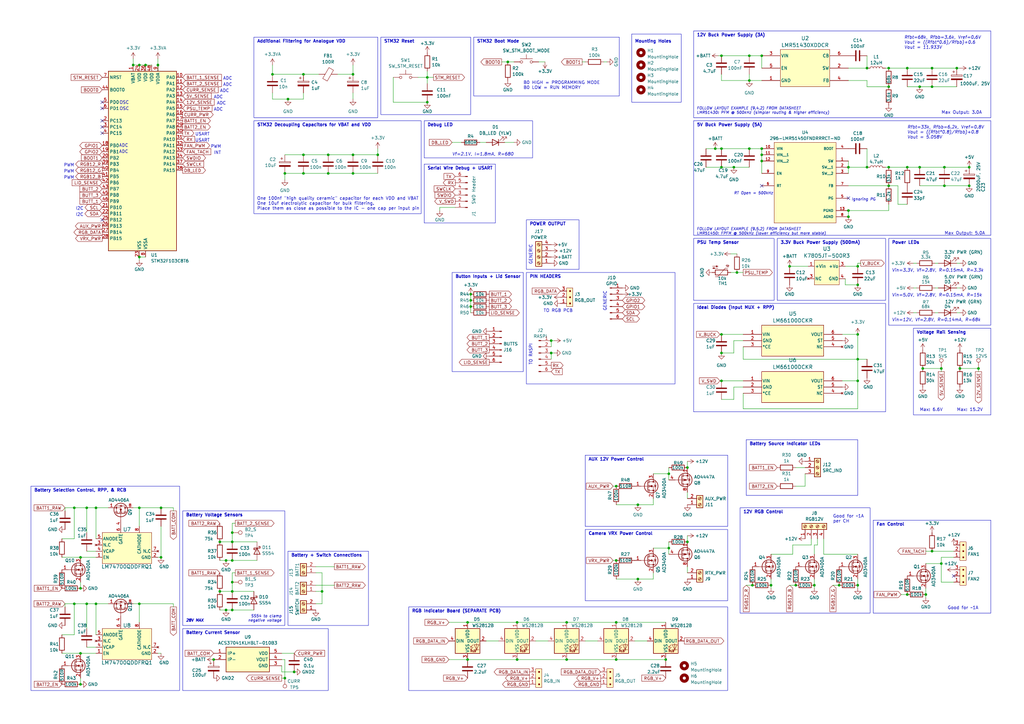
<source format=kicad_sch>
(kicad_sch (version 20230121) (generator eeschema)
  (paper "A3")
  (title_block (title "Ground Station Mainboard") (date "2025-03-18") (rev "V1.0") (company "QRET") (comment 2 "Andrew Davis, Tomer Lapid") (comment 3 "Authors: Kennan Bays, Rowan Burke, Sam Scheufler, Clement S Gonsalves") (comment 4 "GRID = 1.27mm"))
  (junction (at 293.37 60.96))
  (junction (at 116.84 278.13))
  (junction (at 134.62 63.5))
  (junction (at 193.04 125.73))
  (junction (at 300.99 68.58))
  (junction (at 95.25 250.19))
  (junction (at 57.15 105.41))
  (junction (at 351.79 156.21))
  (junction (at 347.98 68.58))
  (junction (at 386.08 151.13))
  (junction (at 154.94 63.5))
  (junction (at 386.08 231.14))
  (junction (at 312.42 22.86))
  (junction (at 33.02 241.3))
  (junction (at 116.84 71.12))
  (junction (at 323.85 109.22))
  (junction (at 252.73 199.39))
  (junction (at 355.6 27.94))
  (junction (at 307.34 60.96))
  (junction (at 252.73 255.27))
  (junction (at 387.35 76.2))
  (junction (at 232.41 255.27))
  (junction (at 372.11 68.58))
  (junction (at 401.32 151.13))
  (junction (at 344.17 240.03))
  (junction (at 54.61 26.67))
  (junction (at 364.49 35.56))
  (junction (at 232.41 270.51))
  (junction (at 295.91 156.21))
  (junction (at 212.09 255.27))
  (junction (at 295.91 68.58))
  (junction (at 372.11 27.94))
  (junction (at 226.06 144.78))
  (junction (at 191.77 255.27))
  (junction (at 95.25 229.87))
  (junction (at 307.34 22.86))
  (junction (at 59.69 26.67))
  (junction (at 295.91 60.96))
  (junction (at 347.98 88.9))
  (junction (at 316.23 240.03))
  (junction (at 90.17 222.25))
  (junction (at 111.76 30.48))
  (junction (at 95.25 238.76))
  (junction (at 307.34 33.02))
  (junction (at 281.94 222.25))
  (junction (at 372.11 243.84))
  (junction (at 281.94 191.77))
  (junction (at 382.27 35.56))
  (junction (at 33.02 228.6))
  (junction (at 364.49 68.58))
  (junction (at 92.71 229.87))
  (junction (at 273.05 270.51))
  (junction (at 392.43 27.94))
  (junction (at 144.78 71.12))
  (junction (at 193.04 120.65))
  (junction (at 393.7 151.13))
  (junction (at 39.37 247.65))
  (junction (at 124.46 71.12))
  (junction (at 134.62 71.12))
  (junction (at 351.79 116.84))
  (junction (at 132.08 242.57))
  (junction (at 312.42 63.5))
  (junction (at 355.6 68.58))
  (junction (at 212.09 270.51))
  (junction (at 334.01 240.03))
  (junction (at 377.19 35.56))
  (junction (at 226.06 139.7))
  (junction (at 364.49 27.94))
  (junction (at 124.46 30.48))
  (junction (at 191.77 270.51))
  (junction (at 144.78 63.5))
  (junction (at 387.35 68.58))
  (junction (at 33.02 267.97))
  (junction (at 193.04 123.19))
  (junction (at 120.65 275.59))
  (junction (at 118.11 40.64))
  (junction (at 351.79 147.32))
  (junction (at 364.49 76.2))
  (junction (at 87.63 270.51))
  (junction (at 351.79 109.22))
  (junction (at 35.56 247.65))
  (junction (at 30.48 247.65))
  (junction (at 378.46 151.13))
  (junction (at 92.71 250.19))
  (junction (at 252.73 270.51))
  (junction (at 95.25 218.44))
  (junction (at 302.26 111.76))
  (junction (at 295.91 144.78))
  (junction (at 377.19 68.58))
  (junction (at 175.26 41.91))
  (junction (at 35.56 208.28))
  (junction (at 351.79 137.16))
  (junction (at 261.62 237.49))
  (junction (at 379.73 243.84))
  (junction (at 295.91 22.86))
  (junction (at 66.04 228.6))
  (junction (at 144.78 30.48))
  (junction (at 382.27 27.94))
  (junction (at 397.51 68.58))
  (junction (at 382.27 226.06))
  (junction (at 326.39 240.03))
  (junction (at 90.17 242.57))
  (junction (at 175.26 31.75))
  (junction (at 351.79 240.03))
  (junction (at 295.91 137.16))
  (junction (at 124.46 63.5))
  (junction (at 274.32 194.31))
  (junction (at 66.04 208.28))
  (junction (at 57.15 247.65))
  (junction (at 312.42 60.96))
  (junction (at 208.28 25.4))
  (junction (at 261.62 207.01))
  (junction (at 308.61 240.03))
  (junction (at 95.25 222.25))
  (junction (at 39.37 208.28))
  (junction (at 64.77 26.67))
  (junction (at 274.32 224.79))
  (junction (at 33.02 280.67))
  (junction (at 57.15 208.28))
  (junction (at 57.15 26.67))
  (junction (at 95.25 242.57))
  (junction (at 252.73 229.87))
  (junction (at 347.98 86.36))
  (junction (at 30.48 208.28))
  (junction (at 312.42 66.04))
  (junction (at 397.51 76.2))
  (no_connect (at 41.91 49.53))
  (no_connect (at 41.91 54.61))
  (no_connect (at 41.91 41.91))
  (no_connect (at 41.91 90.17))
  (no_connect (at 41.91 44.45))
  (no_connect (at 347.98 81.28))
  (no_connect (at 41.91 52.07))
  (no_connect (at 391.16 236.22))
  (no_connect (at 312.42 76.2))
  (wire (pts (xy 364.49 27.94) (xy 372.11 27.94)))
  (wire (pts (xy 25.4 267.97) (xy 33.02 267.97)))
  (wire (pts (xy 345.44 137.16) (xy 351.79 137.16)))
  (wire (pts (xy 208.28 25.4) (xy 210.82 25.4)))
  (wire (pts (xy 364.49 76.2) (xy 368.3 76.2)))
  (wire (pts (xy 312.42 60.96) (xy 312.42 63.5)))
  (wire (pts (xy 138.43 30.48) (xy 144.78 30.48)))
  (wire (pts (xy 386.08 151.13) (xy 386.08 152.4)))
  (wire (pts (xy 307.34 33.02) (xy 312.42 33.02)))
  (wire (pts (xy 306.07 240.03) (xy 308.61 240.03)))
  (wire (pts (xy 379.73 226.06) (xy 382.27 226.06)))
  (wire (pts (xy 95.25 242.57) (xy 104.14 242.57)))
  (wire (pts (xy 355.6 68.58) (xy 355.6 60.96)))
  (wire (pts (xy 90.17 242.57) (xy 95.25 242.57)))
  (wire (pts (xy 274.32 222.25) (xy 274.32 224.79)))
  (wire (pts (xy 111.76 38.1) (xy 111.76 40.64)))
  (wire (pts (xy 64.77 26.67) (xy 64.77 29.21)))
  (wire (pts (xy 374.65 128.27) (xy 375.92 128.27)))
  (wire (pts (xy 351.79 237.49) (xy 351.79 240.03)))
  (wire (pts (xy 161.29 41.91) (xy 175.26 41.91)))
  (wire (pts (xy 30.48 247.65) (xy 26.67 247.65)))
  (wire (pts (xy 392.43 128.27) (xy 393.7 128.27)))
  (wire (pts (xy 227.33 139.7) (xy 226.06 139.7)))
  (wire (pts (xy 293.37 60.96) (xy 295.91 60.96)))
  (wire (pts (xy 386.08 228.6) (xy 386.08 231.14)))
  (wire (pts (xy 304.8 142.24) (xy 304.8 147.32)))
  (wire (pts (xy 337.82 227.33) (xy 337.82 220.98)))
  (wire (pts (xy 364.49 68.58) (xy 372.11 68.58)))
  (wire (pts (xy 346.71 109.22) (xy 351.79 109.22)))
  (wire (pts (xy 212.09 255.27) (xy 232.41 255.27)))
  (wire (pts (xy 180.34 85.09) (xy 180.34 86.36)))
  (wire (pts (xy 304.8 167.64) (xy 351.79 167.64)))
  (wire (pts (xy 124.46 30.48) (xy 130.81 30.48)))
  (wire (pts (xy 261.62 237.49) (xy 267.97 237.49)))
  (wire (pts (xy 57.15 26.67) (xy 54.61 26.67)))
  (wire (pts (xy 90.17 229.87) (xy 92.71 229.87)))
  (wire (pts (xy 377.19 35.56) (xy 382.27 35.56)))
  (wire (pts (xy 300.99 68.58) (xy 307.34 68.58)))
  (wire (pts (xy 295.91 30.48) (xy 295.91 33.02)))
  (wire (pts (xy 347.98 76.2) (xy 364.49 76.2)))
  (wire (pts (xy 25.4 228.6) (xy 33.02 228.6)))
  (wire (pts (xy 334.01 227.33) (xy 334.01 223.52)))
  (wire (pts (xy 351.79 167.64) (xy 351.79 156.21)))
  (wire (pts (xy 364.49 86.36) (xy 347.98 86.36)))
  (wire (pts (xy 347.98 68.58) (xy 347.98 71.12)))
  (wire (pts (xy 175.26 31.75) (xy 177.8 31.75)))
  (wire (pts (xy 378.46 151.13) (xy 386.08 151.13)))
  (wire (pts (xy 116.84 270.51) (xy 115.57 270.51)))
  (wire (pts (xy 323.85 109.22) (xy 331.47 109.22)))
  (wire (pts (xy 295.91 156.21) (xy 304.8 156.21)))
  (wire (pts (xy 289.56 68.58) (xy 295.91 68.58)))
  (wire (pts (xy 134.62 71.12) (xy 144.78 71.12)))
  (wire (pts (xy 383.54 107.95) (xy 384.81 107.95)))
  (wire (pts (xy 295.91 68.58) (xy 300.99 68.58)))
  (wire (pts (xy 129.54 234.95) (xy 132.08 234.95)))
  (wire (pts (xy 54.61 247.65) (xy 57.15 247.65)))
  (wire (pts (xy 33.02 228.6) (xy 39.37 228.6)))
  (wire (pts (xy 355.6 27.94) (xy 355.6 22.86)))
  (wire (pts (xy 401.32 151.13) (xy 401.32 152.4)))
  (wire (pts (xy 39.37 208.28) (xy 35.56 208.28)))
  (wire (pts (xy 368.3 76.2) (xy 368.3 83.82)))
  (wire (pts (xy 372.11 68.58) (xy 377.19 68.58)))
  (wire (pts (xy 64.77 24.13) (xy 64.77 26.67)))
  (wire (pts (xy 62.23 26.67) (xy 59.69 26.67)))
  (wire (pts (xy 33.02 238.76) (xy 33.02 241.3)))
  (wire (pts (xy 295.91 33.02) (xy 307.34 33.02)))
  (wire (pts (xy 261.62 207.01) (xy 267.97 207.01)))
  (wire (pts (xy 57.15 208.28) (xy 57.15 215.9)))
  (wire (pts (xy 180.34 85.09) (xy 186.69 85.09)))
  (wire (pts (xy 295.91 137.16) (xy 304.8 137.16)))
  (wire (pts (xy 295.91 22.86) (xy 307.34 22.86)))
  (wire (pts (xy 185.42 58.42) (xy 189.23 58.42)))
  (wire (pts (xy 226.06 144.78) (xy 226.06 147.32)))
  (wire (pts (xy 144.78 63.5) (xy 154.94 63.5)))
  (wire (pts (xy 299.72 111.76) (xy 302.26 111.76)))
  (wire (pts (xy 383.54 128.27) (xy 384.81 128.27)))
  (wire (pts (xy 351.79 227.33) (xy 337.82 227.33)))
  (wire (pts (xy 274.32 191.77) (xy 274.32 194.31)))
  (wire (pts (xy 326.39 199.39) (xy 330.2 199.39)))
  (wire (pts (xy 95.25 218.44) (xy 95.25 222.25)))
  (wire (pts (xy 369.57 243.84) (xy 372.11 243.84)))
  (wire (pts (xy 25.4 260.35) (xy 30.48 260.35)))
  (wire (pts (xy 226.06 139.7) (xy 226.06 142.24)))
  (wire (pts (xy 351.79 147.32) (xy 351.79 156.21)))
  (wire (pts (xy 351.79 147.32) (xy 355.6 147.32)))
  (wire (pts (xy 116.84 71.12) (xy 116.84 73.66)))
  (wire (pts (xy 252.73 237.49) (xy 261.62 237.49)))
  (wire (pts (xy 90.17 222.25) (xy 95.25 222.25)))
  (wire (pts (xy 30.48 220.98) (xy 30.48 208.28)))
  (wire (pts (xy 175.26 29.21) (xy 175.26 31.75)))
  (wire (pts (xy 326.39 191.77) (xy 330.2 191.77)))
  (wire (pts (xy 382.27 35.56) (xy 392.43 35.56)))
  (wire (pts (xy 39.37 247.65) (xy 44.45 247.65)))
  (wire (pts (xy 392.43 27.94) (xy 393.7 27.94)))
  (wire (pts (xy 355.6 33.02) (xy 355.6 35.56)))
  (wire (pts (xy 95.25 234.95) (xy 95.25 238.76)))
  (wire (pts (xy 251.46 199.39) (xy 252.73 199.39)))
  (wire (pts (xy 334.01 240.03) (xy 334.01 241.3)))
  (wire (pts (xy 25.4 220.98) (xy 30.48 220.98)))
  (wire (pts (xy 330.2 199.39) (xy 330.2 194.31)))
  (wire (pts (xy 232.41 255.27) (xy 252.73 255.27)))
  (wire (pts (xy 307.34 30.48) (xy 307.34 33.02)))
  (wire (pts (xy 368.3 83.82) (xy 372.11 83.82)))
  (wire (pts (xy 111.76 30.48) (xy 124.46 30.48)))
  (wire (pts (xy 35.56 226.06) (xy 39.37 226.06)))
  (wire (pts (xy 30.48 260.35) (xy 30.48 247.65)))
  (wire (pts (xy 219.71 262.89) (xy 224.79 262.89)))
  (wire (pts (xy 307.34 22.86) (xy 312.42 22.86)))
  (wire (pts (xy 260.35 262.89) (xy 265.43 262.89)))
  (wire (pts (xy 35.56 247.65) (xy 35.56 257.81)))
  (wire (pts (xy 95.25 214.63) (xy 96.52 214.63)))
  (wire (pts (xy 372.11 27.94) (xy 382.27 27.94)))
  (wire (pts (xy 57.15 105.41) (xy 59.69 105.41)))
  (wire (pts (xy 295.91 60.96) (xy 307.34 60.96)))
  (wire (pts (xy 191.77 270.51) (xy 212.09 270.51)))
  (wire (pts (xy 323.85 240.03) (xy 326.39 240.03)))
  (wire (pts (xy 252.73 270.51) (xy 273.05 270.51)))
  (wire (pts (xy 144.78 71.12) (xy 154.94 71.12)))
  (wire (pts (xy 66.04 208.28) (xy 71.12 208.28)))
  (wire (pts (xy 144.78 26.67) (xy 144.78 30.48)))
  (wire (pts (xy 363.22 68.58) (xy 364.49 68.58)))
  (wire (pts (xy 334.01 237.49) (xy 334.01 240.03)))
  (wire (pts (xy 129.54 242.57) (xy 132.08 242.57)))
  (wire (pts (xy 364.49 83.82) (xy 364.49 86.36)))
  (wire (pts (xy 325.12 227.33) (xy 325.12 223.52)))
  (wire (pts (xy 267.97 224.79) (xy 274.32 224.79)))
  (wire (pts (xy 267.97 237.49) (xy 267.97 234.95)))
  (wire (pts (xy 132.08 242.57) (xy 132.08 247.65)))
  (wire (pts (xy 386.08 238.76) (xy 391.16 238.76)))
  (wire (pts (xy 39.37 260.35) (xy 39.37 247.65)))
  (wire (pts (xy 39.37 220.98) (xy 39.37 208.28)))
  (wire (pts (xy 346.71 114.3) (xy 346.71 116.84)))
  (wire (pts (xy 267.97 194.31) (xy 274.32 194.31)))
  (wire (pts (xy 115.57 267.97) (xy 120.65 267.97)))
  (wire (pts (xy 300.99 144.78) (xy 295.91 144.78)))
  (wire (pts (xy 184.15 270.51) (xy 191.77 270.51)))
  (wire (pts (xy 35.56 208.28) (xy 35.56 218.44)))
  (wire (pts (xy 171.45 31.75) (xy 175.26 31.75)))
  (wire (pts (xy 66.04 215.9) (xy 66.04 228.6)))
  (wire (pts (xy 220.98 25.4) (xy 223.52 25.4)))
  (wire (pts (xy 295.275 137.16) (xy 295.91 137.16)))
  (wire (pts (xy 351.79 240.03) (xy 351.79 241.3)))
  (wire (pts (xy 132.08 247.65) (xy 129.54 247.65)))
  (wire (pts (xy 387.35 76.2) (xy 397.51 76.2)))
  (wire (pts (xy 118.11 40.64) (xy 124.46 40.64)))
  (wire (pts (xy 382.27 27.94) (xy 392.43 27.94)))
  (wire (pts (xy 120.65 275.59) (xy 115.57 275.59)))
  (wire (pts (xy 92.71 250.19) (xy 95.25 250.19)))
  (wire (pts (xy 377.19 68.58) (xy 387.35 68.58)))
  (wire (pts (xy 116.84 278.13) (xy 116.84 270.51)))
  (wire (pts (xy 124.46 63.5) (xy 134.62 63.5)))
  (wire (pts (xy 66.04 228.6) (xy 64.77 228.6)))
  (wire (pts (xy 247.65 25.4) (xy 248.92 25.4)))
  (wire (pts (xy 341.63 240.03) (xy 344.17 240.03)))
  (wire (pts (xy 57.15 247.65) (xy 71.12 247.65)))
  (wire (pts (xy 232.41 270.51) (xy 252.73 270.51)))
  (wire (pts (xy 379.73 231.14) (xy 386.08 231.14)))
  (wire (pts (xy 393.7 151.13) (xy 401.32 151.13)))
  (wire (pts (xy 26.67 247.65) (xy 26.67 248.92)))
  (wire (pts (xy 35.56 265.43) (xy 39.37 265.43)))
  (wire (pts (xy 124.46 71.12) (xy 134.62 71.12)))
  (wire (pts (xy 115.57 278.13) (xy 116.84 278.13)))
  (wire (pts (xy 347.98 86.36) (xy 347.98 88.9)))
  (wire (pts (xy 30.48 247.65) (xy 35.56 247.65)))
  (wire (pts (xy 300.99 139.7) (xy 300.99 144.78)))
  (wire (pts (xy 193.04 125.73) (xy 193.04 128.27)))
  (wire (pts (xy 238.76 25.4) (xy 240.03 25.4)))
  (wire (pts (xy 116.84 63.5) (xy 124.46 63.5)))
  (wire (pts (xy 59.69 26.67) (xy 57.15 26.67)))
  (wire (pts (xy 316.23 237.49) (xy 316.23 240.03)))
  (wire (pts (xy 372.11 35.56) (xy 377.19 35.56)))
  (wire (pts (xy 312.42 22.86) (xy 312.42 27.94)))
  (wire (pts (xy 111.76 26.67) (xy 111.76 30.48)))
  (wire (pts (xy 300.99 163.83) (xy 295.91 163.83)))
  (wire (pts (xy 161.29 31.75) (xy 161.29 41.91)))
  (wire (pts (xy 240.03 262.89) (xy 245.11 262.89)))
  (wire (pts (xy 191.77 255.27) (xy 212.09 255.27)))
  (wire (pts (xy 353.06 107.95) (xy 351.79 107.95)))
  (wire (pts (xy 193.04 120.65) (xy 193.04 123.19)))
  (wire (pts (xy 302.26 111.76) (xy 304.8 111.76)))
  (wire (pts (xy 251.46 229.87) (xy 252.73 229.87)))
  (wire (pts (xy 316.23 240.03) (xy 316.23 241.3)))
  (wire (pts (xy 304.8 158.75) (xy 300.99 158.75)))
  (wire (pts (xy 95.25 214.63) (xy 95.25 218.44)))
  (wire (pts (xy 252.73 207.01) (xy 261.62 207.01)))
  (wire (pts (xy 335.28 223.52) (xy 335.28 220.98)))
  (wire (pts (xy 116.84 71.12) (xy 124.46 71.12)))
  (wire (pts (xy 347.98 33.02) (xy 355.6 33.02)))
  (wire (pts (xy 111.76 40.64) (xy 118.11 40.64)))
  (wire (pts (xy 347.98 66.04) (xy 347.98 68.58)))
  (wire (pts (xy 374.65 118.11) (xy 375.92 118.11)))
  (wire (pts (xy 274.32 194.31) (xy 274.32 196.85)))
  (wire (pts (xy 134.62 63.5) (xy 144.78 63.5)))
  (wire (pts (xy 289.56 60.96) (xy 293.37 60.96)))
  (wire (pts (xy 325.12 223.52) (xy 332.74 223.52)))
  (wire (pts (xy 33.02 278.13) (xy 33.02 280.67)))
  (wire (pts (xy 57.15 106.68) (xy 57.15 105.41)))
  (wire (pts (xy 267.97 207.01) (xy 267.97 204.47)))
  (wire (pts (xy 379.73 241.3) (xy 379.73 243.84)))
  (wire (pts (xy 281.94 201.93) (xy 281.94 204.47)))
  (wire (pts (xy 144.78 38.1) (xy 144.78 40.64)))
  (wire (pts (xy 379.73 243.84) (xy 379.73 245.11)))
  (wire (pts (xy 54.61 24.13) (xy 54.61 26.67)))
  (wire (pts (xy 392.43 118.11) (xy 393.7 118.11)))
  (wire (pts (xy 193.04 123.19) (xy 193.04 125.73)))
  (wire (pts (xy 312.42 63.5) (xy 312.42 66.04)))
  (wire (pts (xy 175.26 31.75) (xy 175.26 34.29)))
  (wire (pts (xy 383.54 118.11) (xy 384.81 118.11)))
  (wire (pts (xy 281.94 219.71) (xy 281.94 222.25)))
  (wire (pts (xy 95.25 222.25) (xy 105.41 222.25)))
  (wire (pts (xy 374.65 107.95) (xy 375.92 107.95)))
  (wire (pts (xy 71.12 208.28) (xy 71.12 209.55)))
  (wire (pts (xy 316.23 227.33) (xy 325.12 227.33)))
  (wire (pts (xy 387.35 68.58) (xy 397.51 68.58)))
  (wire (pts (xy 392.43 107.95) (xy 393.7 107.95)))
  (wire (pts (xy 196.85 58.42) (xy 199.39 58.42)))
  (wire (pts (xy 227.33 144.78) (xy 226.06 144.78)))
  (wire (pts (xy 307.34 60.96) (xy 312.42 60.96)))
  (wire (pts (xy 39.37 208.28) (xy 44.45 208.28)))
  (wire (pts (xy 391.16 228.6) (xy 386.08 228.6)))
  (wire (pts (xy 299.72 104.14) (xy 302.26 104.14)))
  (wire (pts (xy 347.98 68.58) (xy 355.6 68.58)))
  (wire (pts (xy 71.12 247.65) (xy 71.12 248.92)))
  (wire (pts (xy 386.08 231.14) (xy 386.08 238.76)))
  (wire (pts (xy 294.64 22.86) (xy 295.91 22.86)))
  (wire (pts (xy 252.73 255.27) (xy 273.05 255.27)))
  (wire (pts (xy 205.74 25.4) (xy 208.28 25.4)))
  (wire (pts (xy 281.94 232.41) (xy 281.94 234.95)))
  (wire (pts (xy 90.17 250.19) (xy 92.71 250.19)))
  (wire (pts (xy 304.8 147.32) (xy 351.79 147.32)))
  (wire (pts (xy 199.39 262.89) (xy 204.47 262.89)))
  (wire (pts (xy 377.19 76.2) (xy 387.35 76.2)))
  (wire (pts (xy 184.15 255.27) (xy 191.77 255.27)))
  (wire (pts (xy 295.275 156.21) (xy 295.91 156.21)))
  (wire (pts (xy 332.74 223.52) (xy 332.74 220.98)))
  (wire (pts (xy 347.98 27.94) (xy 355.6 27.94)))
  (wire (pts (xy 132.08 234.95) (xy 132.08 242.57)))
  (wire (pts (xy 281.94 189.23) (xy 281.94 191.77)))
  (wire (pts (xy 33.02 267.97) (xy 39.37 267.97)))
  (wire (pts (xy 30.48 208.28) (xy 35.56 208.28)))
  (wire (pts (xy 124.46 40.64) (xy 124.46 38.1)))
  (wire (pts (xy 95.25 238.76) (xy 95.25 242.57)))
  (wire (pts (xy 351.79 107.95) (xy 351.79 109.22)))
  (wire (pts (xy 30.48 208.28) (xy 26.67 208.28)))
  (wire (pts (xy 66.04 267.97) (xy 64.77 267.97)))
  (wire (pts (xy 312.42 66.04) (xy 312.42 71.12)))
  (wire (pts (xy 334.01 223.52) (xy 335.28 223.52)))
  (wire (pts (xy 274.32 224.79) (xy 274.32 227.33)))
  (wire (pts (xy 345.44 156.21) (xy 351.79 156.21)))
  (wire (pts (xy 39.37 247.65) (xy 35.56 247.65)))
  (wire (pts (xy 207.01 58.42) (xy 210.82 58.42)))
  (wire (pts (xy 57.15 208.28) (xy 66.04 208.28)))
  (wire (pts (xy 95.25 234.95) (xy 96.52 234.95)))
  (wire (pts (xy 129.54 232.41) (xy 137.16 232.41)))
  (wire (pts (xy 346.71 116.84) (xy 351.79 116.84)))
  (wire (pts (xy 363.22 27.94) (xy 364.49 27.94)))
  (wire (pts (xy 304.8 139.7) (xy 300.99 139.7)))
  (wire (pts (xy 212.09 270.51) (xy 232.41 270.51)))
  (wire (pts (xy 95.25 229.87) (xy 105.41 229.87)))
  (wire (pts (xy 300.99 158.75) (xy 300.99 163.83)))
  (wire (pts (xy 304.8 161.29) (xy 304.8 167.64)))
  (wire (pts (xy 95.25 250.19) (xy 104.14 250.19)))
  (wire (pts (xy 54.61 208.28) (xy 57.15 208.28)))
  (wire (pts (xy 382.27 226.06) (xy 391.16 226.06)))
  (wire (pts (xy 92.71 229.87) (xy 95.25 229.87)))
  (wire (pts (xy 57.15 247.65) (xy 57.15 255.27)))
  (wire (pts (xy 129.54 240.03) (xy 137.16 240.03)))
  (wire (pts (xy 154.94 60.96) (xy 154.94 63.5)))
  (wire (pts (xy 355.6 35.56) (xy 364.49 35.56)))
  (wire (pts (xy 115.57 275.59) (xy 115.57 273.05)))
  (wire (pts (xy 351.79 137.16) (xy 351.79 147.32)))
  (wire (pts (xy 26.67 208.28) (xy 26.67 209.55)))
  (rectangle (start 12.7 199.39) (end 73.66 283.21))
  (rectangle (start 104.14 15.24) (end 154.94 48.26))
  (rectangle (start 284.48 12.7) (end 406.4 48.26))
  (rectangle (start 306.07 180.34) (end 351.79 203.2))
  (rectangle (start 284.48 97.79) (end 317.5 123.19))
  (rectangle (start 358.14 213.36) (end 406.4 251.46))
  (rectangle (start 364.49 97.79) (end 406.4 133.35))
  (rectangle (start 185.42 111.76) (end 214.63 152.4))
  (rectangle (start 303.53 208.28) (end 356.87 251.46))
  (rectangle (start 215.9 90.17) (end 237.49 110.49))
  (rectangle (start 284.48 124.46) (end 363.22 168.91))
  (rectangle (start 259.08 13.97) (end 279.4 41.91))
  (rectangle (start 318.77 97.79) (end 363.22 123.19))
  (rectangle (start 167.64 248.92) (end 298.45 283.21))
  (rectangle (start 215.9 111.76) (end 276.86 157.48))
  (rectangle (start 74.93 209.55) (end 116.84 256.54))
  (rectangle (start 173.99 49.53) (end 218.44 64.77))
  (rectangle (start 240.03 186.69) (end 298.45 215.9))
  (rectangle (start 156.21 15.24) (end 193.04 46.99))
  (rectangle (start 240.03 217.17) (end 298.45 246.38))
  (rectangle (start 194.31 15.24) (end 254 39.37))
  (rectangle (start 104.14 49.53) (end 172.72 87.63))
  (rectangle (start 374.65 134.62) (end 406.4 170.18))
  (rectangle (start 284.48 49.53) (end 406.4 96.52))
  (rectangle (start 173.99 67.31) (end 203.2 91.44))
  (rectangle (start 74.93 257.81) (end 134.62 283.21))
  (rectangle (start 118.11 226.06) (end 151.13 256.54))
  (text "PWM" (at 30.48 71.12 0) (effects (font (size 1.27 1.27)) (justify right bottom)))
  (text "12V Buck Power Supply (3A)" (at 285.75 15.24 0) (effects (font (size 1.27 1.27) (thickness 0.254) bold) (justify left bottom)))
  (text "ADC" (at 48.7963 60.54 0) (effects (font (size 1.27 1.27)) (justify left bottom)))
  (text "OSC" (at 48.9561 45.4538 0) (effects (font (size 1.27 1.27)) (justify left bottom)))
  (text "Rfbt=33k, Rfbb=6.2k, Vref=0.8V\nVout = ((Rfbt*0.8)/Rfbb)+0.8\nVout = 5.058V" (at 372.11 57.15 0) (effects (font (size 1.27 1.27) italic) (justify left bottom)))
  (text "Debug LED" (at 175.26 52.07 0) (effects (font (size 1.27 1.27) (thickness 0.254) bold) (justify left bottom)))
  (text "12V RGB Control" (at 304.8 210.82 0) (effects (font (size 1.27 1.27) (thickness 0.254) bold) (justify left bottom)))
  (text "TO RASPI" (at 218.44 149.86 90) (effects (font (size 1.27 1.27)) (justify left bottom)))
  (text "3.3V Buck Power Supply (500mA)" (at 320.04 100.33 0) (effects (font (size 1.27 1.27) (thickness 0.254) bold) (justify left bottom)))
  (text "Max Output: 5.0A" (at 387.35 96.52 0) (effects (font (size 1.27 1.27)) (justify left bottom)))
  (text "Vin=5.0V, Vf=2.8V, R=0.15mA, R=15k" (at 365.76 121.92 0) (effects (font (size 1.27 1.27) italic) (justify left bottom)))
  (text "USART" (at 80.01 58.42 0) (effects (font (size 1.27 1.27)) (justify left bottom)))
  (text "Battery + Switch Connections" (at 119.38 228.6 0) (effects (font (size 1.27 1.27) (thickness 0.254) bold) (justify left bottom)))
  (text "Vin=12V, Vf=2.8V, R=0.14mA, R=68k" (at 365.76 132.08 0) (effects (font (size 1.27 1.27) italic) (justify left bottom)))
  (text "Battery Source Indicator LEDs" (at 307.34 182.88 0) (effects (font (size 1.27 1.27) (thickness 0.254) bold) (justify left bottom)))
  (text "FOLLOW LAYOUT EXAMPLE (9.4.2) FROM DATASHEET\nLMR51430: PFM @ 500kHz (simpler routing & higher efficiency)" (at 285.75 46.99 0) (effects (font (size 1.1 1.1) italic) (justify left bottom)))
  (text "STM32 Reset" (at 157.48 17.78 0) (effects (font (size 1.27 1.27) (thickness 0.254) bold) (justify left bottom)))
  (text "Good for ~1A\nper CH" (at 341.63 214.63 0) (effects (font (size 1.27 1.27)) (justify left bottom)))
  (text "Max Output: 3.0A" (at 386.08 46.99 0) (effects (font (size 1.27 1.27)) (justify left bottom)))
  (text "INT" (at 87.63 63.5 0) (effects (font (size 1.27 1.27)) (justify left bottom)))
  (text "AUX 12V Power Control" (at 241.3 189.23 0) (effects (font (size 1.27 1.27) (thickness 0.254) bold) (justify left bottom)))
  (text "Rfbt=68k, Rfbb=3.6k, Vref=0.6V\nVout = ((Rfbt*0.6)/Rfbb)+0.6\nVout = 11.933V" (at 370.84 20.32 0) (effects (font (size 1.27 1.27) italic) (justify left bottom)))
  (text "ADC" (at 87.63 40.64 0) (effects (font (size 1.27 1.27)) (justify left bottom)))
  (text "Vin=3.3V, Vf=2.8V, R=0.15mA, R=3.3k" (at 365.76 111.76 0) (effects (font (size 1.27 1.27) italic) (justify left bottom)))
  (text "Mounting Holes" (at 260.35 17.78 0) (effects (font (size 1.27 1.27) (thickness 0.254) bold) (justify left bottom)))
  (text "STM32 Boot Mode" (at 195.58 17.78 0) (effects (font (size 1.27 1.27) (thickness 0.254) bold) (justify left bottom)))
  (text "RGB Indicator Board (SEPARATE PCB)" (at 168.91 251.46 0) (effects (font (size 1.27 1.27) (thickness 0.254) bold) (justify left bottom)))
  (text "I2C" (at 34.29 86.36 0) (effects (font (size 1.27 1.27)) (justify right bottom)))
  (text "B0 HIGH = PROGRAMMING MODE\nB0 LOW = RUN MEMORY" (at 214.63 36.83 0) (effects (font (size 1.27 1.27)) (justify left bottom)))
  (text "Battery Selection Control, RPP, & RCB" (at 13.97 201.93 0) (effects (font (size 1.27 1.27) (thickness 0.254) bold) (justify left bottom)))
  (text "TO RGB PCB" (at 234.95 128.27 0) (effects (font (size 1.27 1.27)) (justify right bottom)))
  (text "PWM" (at 86.36 60.96 0) (effects (font (size 1.27 1.27)) (justify left bottom)))
  (text "ADC" (at 48.7963 63.08 0) (effects (font (size 1.27 1.27)) (justify left bottom)))
  (text "Voltage Rail Sensing" (at 375.92 137.16 0) (effects (font (size 1.27 1.27) (thickness 0.254) bold) (justify left bottom)))
  (text "POWER OUTPUT" (at 217.17 92.71 0) (effects (font (size 1.27 1.27) (thickness 0.254) bold) (justify left bottom)))
  (text "GENERIC" (at 248.92 119.38 90) (effects (font (size 1.27 1.27)) (justify right bottom)))
  (text "Camera VRX Power Control" (at 241.3 219.71 0) (effects (font (size 1.27 1.27) (thickness 0.254) bold) (justify left bottom)))
  (text "OSC" (at 48.9183 42.9157 0) (effects (font (size 1.27 1.27)) (justify left bottom)))
  (text "Max: 15.2V" (at 392.43 168.91 0) (effects (font (size 1.27 1.27)) (justify left bottom)))
  (text "USART" (at 80.01 55.88 0) (effects (font (size 1.27 1.27)) (justify left bottom)))
  (text "Button Inputs + Lid Sensor" (at 186.69 114.3 0) (effects (font (size 1.27 1.27) (thickness 0.254) bold) (justify left bottom)))
  (text "ADC" (at 90.17 38.1 0) (effects (font (size 1.27 1.27)) (justify left bottom)))
  (text "PWM" (at 30.48 73.66 0) (effects (font (size 1.27 1.27)) (justify right bottom)))
  (text "Vf=2.1V, I=1.8mA, R=680" (at 185.42 64.135 0) (effects (font (size 1.27 1.27) italic) (justify left bottom)))
  (text "RT Open = 500kHz" (at 300.99 80.01 0) (effects (font (size 1.1 1.1) italic) (justify left bottom)))
  (text "ADC" (at 88.9 43.18 0) (effects (font (size 1.27 1.27)) (justify left bottom)))
  (text "Additional Filtering for Analogue VDD" (at 105.41 17.78 0) (effects (font (size 1.27 1.27) (thickness 0.254) bold) (justify left bottom)))
  (text "FOLLOW LAYOUT EXAMPLE (9.5.2) FROM DATASHEET\nLMR51450: FPFM @ 500kHz (lower efficiency but more stable)" (at 285.75 96.52 0) (effects (font (size 1.1 1.1) italic) (justify left bottom)))
  (text "Fan Control" (at 359.41 215.9 0) (effects (font (size 1.27 1.27) (thickness 0.254) bold) (justify left bottom)))
  (text "28V MAX" (at 76.2 255.27 0) (effects (font (size 1.1 1.1) (thickness 0.254) bold italic) (justify left bottom)))
  (text "PIN HEADERS" (at 217.17 114.3 0) (effects (font (size 1.27 1.27) (thickness 0.254) bold) (justify left bottom)))
  (text "STM32 Decoupling Capacitors for VBAT and VDD" (at 105.41 52.07 0) (effects (font (size 1.27 1.27) (thickness 0.254) bold) (justify left bottom)))
  (text "Serial Wire Debug + USART" (at 175.26 69.85 0) (effects (font (size 1.27 1.27) (thickness 0.254) bold) (justify left bottom)))
  (text "SS54 to clamp\nnegative voltage" (at 115.57 255.27 0) (effects (font (size 1.1 1.1) italic) (justify right bottom)))
  (text "Good for ~1A" (at 388.62 250.19 0) (effects (font (size 1.27 1.27)) (justify left bottom)))
  (text "Battery Voltage Sensors" (at 76.2 212.09 0) (effects (font (size 1.27 1.27) (thickness 0.254) bold) (justify left bottom)))
  (text "GENERIC" (at 218.44 100.33 90) (effects (font (size 1.27 1.27)) (justify right bottom)))
  (text "Ignoring PG" (at 349.25 82.55 0) (effects (font (size 1.1 1.1) italic) (justify left bottom)))
  (text "Battery Current Sensor" (at 76.2 260.35 0) (effects (font (size 1.27 1.27) (thickness 0.254) bold) (justify left bottom)))
  (text "Power LEDs" (at 365.76 100.33 0) (effects (font (size 1.27 1.27) (thickness 0.254) bold) (justify left bottom)))
  (text "ADC" (at 91.44 33.02 0) (effects (font (size 1.27 1.27)) (justify left bottom)))
  (text "ADC" (at 87.63 45.72 0) (effects (font (size 1.27 1.27)) (justify left bottom)))
  (text "5V Buck Power Supply (5A)" (at 285.75 52.07 0) (effects (font (size 1.27 1.27) (thickness 0.254) bold) (justify left bottom)))
  (text "PWM" (at 30.48 68.58 0) (effects (font (size 1.27 1.27)) (justify right bottom)))
  (text "Max: 6.6V" (at 377.19 168.91 0) (effects (font (size 1.27 1.27)) (justify left bottom)))
  (text "I2C" (at 34.29 88.9 0) (effects (font (size 1.27 1.27)) (justify right bottom)))
  (text "ADC" (at 91.44 35.56 0) (effects (font (size 1.27 1.27)) (justify left bottom)))
  (text "Ideal Diodes (Input MUX + RPP)" (at 285.75 127 0) (effects (font (size 1.27 1.27) (thickness 0.254) bold) (justify left bottom)))
  (text "One 100nf \"high quality ceramic\" capacitor for each VDD and VBAT\nOne 10uf electrolytic capacitor for bulk filtering.\nPlace them as close as possible to the IC - one cap per input pin" (at 105.41 86.36 0) (effects (font (size 1.27 1.27)) (justify left bottom)))
  (text "PSU Temp Sensor" (at 285.75 100.33 0) (effects (font (size 1.27 1.27) (thickness 0.254) bold) (justify left bottom)))
  (global_label "BATT1_RAW" (shape output) (at 137.16 232.41 0) (property "Intersheetrefs" "${INTERSHEET_REFS}" (effects hide)))
  (global_label "RGB_GND" (shape input) (at 184.15 270.51 180) (property "Intersheetrefs" "${INTERSHEET_REFS}" (effects hide)))
  (global_label "LID_SENSE" (shape input) (at 41.91 74.93 180) (property "Intersheetrefs" "${INTERSHEET_REFS}" (effects hide)))
  (global_label "SWDIO" (shape input) (at 186.69 80.01 180) (property "Intersheetrefs" "${INTERSHEET_REFS}" (effects hide)))
  (global_label "STM_RESET" (shape input) (at 41.91 31.75 180) (property "Intersheetrefs" "${INTERSHEET_REFS}" (effects hide)))
  (global_label "BATT2_RAW" (shape output) (at 137.16 240.03 0) (property "Intersheetrefs" "${INTERSHEET_REFS}" (effects hide)))
  (global_label "RGB12_G" (shape output) (at 41.91 69.85 180) (property "Intersheetrefs" "${INTERSHEET_REFS}" (effects hide)))
  (global_label "AUX_PWR" (shape input) (at 251.46 199.39 180) (property "Intersheetrefs" "${INTERSHEET_REFS}" (effects hide)))
  (global_label "PSU_TEMP" (shape input) (at 74.93 44.45 0) (property "Intersheetrefs" "${INTERSHEET_REFS}" (effects hide)))
  (global_label "BUTT_2" (shape output) (at 200.66 140.97 180) (property "Intersheetrefs" "${INTERSHEET_REFS}" (effects hide)))
  (global_label "BATT1_EN" (shape output) (at 74.93 49.53 0) (property "Intersheetrefs" "${INTERSHEET_REFS}" (effects hide)))
  (global_label "BOOT1" (shape input) (at 41.91 64.77 180) (property "Intersheetrefs" "${INTERSHEET_REFS}" (effects hide)))
  (global_label "FAN_PWM" (shape input) (at 369.57 243.84 180) (property "Intersheetrefs" "${INTERSHEET_REFS}" (effects hide)))
  (global_label "BATT1_EN" (shape input) (at 25.4 241.3 180) (property "Intersheetrefs" "${INTERSHEET_REFS}" (effects hide)))
  (global_label "BOOT1" (shape output) (at 238.76 25.4 180) (property "Intersheetrefs" "${INTERSHEET_REFS}" (effects hide)))
  (global_label "BATT1_RAW" (shape input) (at 90.17 234.95 180) (property "Intersheetrefs" "${INTERSHEET_REFS}" (effects hide)))
  (global_label "BATT_COM" (shape output) (at 71.12 209.55 270) (property "Intersheetrefs" "${INTERSHEET_REFS}" (effects hide)))
  (global_label "BATT2_EN" (shape input) (at 25.4 280.67 180) (property "Intersheetrefs" "${INTERSHEET_REFS}" (effects hide)))
  (global_label "RGB12_B" (shape input) (at 323.85 240.03 270) (property "Intersheetrefs" "${INTERSHEET_REFS}" (effects hide)))
  (global_label "LID_SENSE" (shape output) (at 200.66 148.59 180) (property "Intersheetrefs" "${INTERSHEET_REFS}" (effects hide)))
  (global_label "RGB_DATA" (shape input) (at 229.87 119.38 180) (property "Intersheetrefs" "${INTERSHEET_REFS}" (effects hide)))
  (global_label "SCL" (shape bidirectional) (at 255.27 130.81 0) (property "Intersheetrefs" "${INTERSHEET_REFS}" (effects hide)))
  (global_label "VRX_PWR" (shape input) (at 251.46 229.87 180) (property "Intersheetrefs" "${INTERSHEET_REFS}" (effects hide)))
  (global_label "BATT_1_SENSE" (shape output) (at 96.52 234.95 0) (property "Intersheetrefs" "${INTERSHEET_REFS}" (effects hide)))
  (global_label "5V_SENSE" (shape input) (at 74.93 39.37 0) (property "Intersheetrefs" "${INTERSHEET_REFS}" (effects hide)))
  (global_label "5V_SENSE" (shape output) (at 386.08 152.4 270) (property "Intersheetrefs" "${INTERSHEET_REFS}" (effects hide)))
  (global_label "SWCLK" (shape input) (at 74.93 67.31 0) (property "Intersheetrefs" "${INTERSHEET_REFS}" (effects hide)))
  (global_label "STM_RESET" (shape output) (at 177.8 31.75 0) (property "Intersheetrefs" "${INTERSHEET_REFS}" (effects hide)))
  (global_label "GPIO1" (shape bidirectional) (at 41.91 59.69 180) (property "Intersheetrefs" "${INTERSHEET_REFS}" (effects hide)))
  (global_label "FAN_PWM" (shape output) (at 74.93 59.69 0) (property "Intersheetrefs" "${INTERSHEET_REFS}" (effects hide)))
  (global_label "CURR_SENSE" (shape input) (at 74.93 36.83 0) (property "Intersheetrefs" "${INTERSHEET_REFS}" (effects hide)))
  (global_label "SCL" (shape bidirectional) (at 41.91 85.09 180) (property "Intersheetrefs" "${INTERSHEET_REFS}" (effects hide)))
  (global_label "BATT_COM" (shape input) (at 87.63 267.97 180) (property "Intersheetrefs" "${INTERSHEET_REFS}" (effects hide)))
  (global_label "PSU_TEMP" (shape output) (at 304.8 111.76 0) (property "Intersheetrefs" "${INTERSHEET_REFS}" (effects hide)))
  (global_label "V_SWD" (shape input) (at 295.275 156.21 180) (property "Intersheetrefs" "${INTERSHEET_REFS}" (effects hide)))
  (global_label "SDA" (shape bidirectional) (at 255.27 128.27 0) (property "Intersheetrefs" "${INTERSHEET_REFS}" (effects hide)))
  (global_label "BOOT0" (shape output) (at 205.74 25.4 180) (property "Intersheetrefs" "${INTERSHEET_REFS}" (effects hide)))
  (global_label "BATT2_EN" (shape output) (at 74.93 52.07 0) (property "Intersheetrefs" "${INTERSHEET_REFS}" (effects hide)))
  (global_label "RGB_DATA" (shape output) (at 41.91 95.25 180) (property "Intersheetrefs" "${INTERSHEET_REFS}" (effects hide)))
  (global_label "RX" (shape output) (at 226.06 149.86 0) (property "Intersheetrefs" "${INTERSHEET_REFS}" (effects hide)))
  (global_label "AUX_PWR" (shape output) (at 41.91 92.71 180) (property "Intersheetrefs" "${INTERSHEET_REFS}" (effects hide)))
  (global_label "RX" (shape output) (at 186.69 74.93 180) (property "Intersheetrefs" "${INTERSHEET_REFS}" (effects hide)))
  (global_label "RGB_GND" (shape output) (at 246.38 280.67 180) (property "Intersheetrefs" "${INTERSHEET_REFS}" (effects hide)))
  (global_label "BATT2_RAW" (shape input) (at 90.17 214.63 180) (property "Intersheetrefs" "${INTERSHEET_REFS}" (effects hide)))
  (global_label "12V_SENSE" (shape output) (at 401.32 152.4 270) (property "Intersheetrefs" "${INTERSHEET_REFS}" (effects hide)))
  (global_label "TX" (shape input) (at 186.69 72.39 180) (property "Intersheetrefs" "${INTERSHEET_REFS}" (effects hide)))
  (global_label "TX" (shape output) (at 74.93 54.61 0) (property "Intersheetrefs" "${INTERSHEET_REFS}" (effects hide)))
  (global_label "12V_SENSE" (shape input) (at 74.93 41.91 0) (property "Intersheetrefs" "${INTERSHEET_REFS}" (effects hide)))
  (global_label "RX" (shape input) (at 74.93 57.15 0) (property "Intersheetrefs" "${INTERSHEET_REFS}" (effects hide)))
  (global_label "BUTT_2" (shape input) (at 41.91 77.47 180) (property "Intersheetrefs" "${INTERSHEET_REFS}" (effects hide)))
  (global_label "BUTT_3" (shape input) (at 41.91 80.01 180) (property "Intersheetrefs" "${INTERSHEET_REFS}" (effects hide)))
  (global_label "V_SWD" (shape output) (at 186.69 82.55 180) (property "Intersheetrefs" "${INTERSHEET_REFS}" (effects hide)))
  (global_label "RGB_DATA_OUT" (shape output) (at 280.67 262.89 0) (property "Intersheetrefs" "${INTERSHEET_REFS}" (effects hide)))
  (global_label "RGB12_G" (shape input) (at 341.63 240.03 270) (property "Intersheetrefs" "${INTERSHEET_REFS}" (effects hide)))
  (global_label "RGB_V+" (shape output) (at 217.17 278.13 180) (property "Intersheetrefs" "${INTERSHEET_REFS}" (effects hide)))
  (global_label "BATT_2_SENSE" (shape input) (at 74.93 34.29 0) (property "Intersheetrefs" "${INTERSHEET_REFS}" (effects hide)))
  (global_label "SDA" (shape bidirectional) (at 41.91 87.63 180) (property "Intersheetrefs" "${INTERSHEET_REFS}" (effects hide)))
  (global_label "RGB_GND" (shape output) (at 217.17 280.67 180) (property "Intersheetrefs" "${INTERSHEET_REFS}" (effects hide)))
  (global_label "SWCLK" (shape input) (at 186.69 77.47 180) (property "Intersheetrefs" "${INTERSHEET_REFS}" (effects hide)))
  (global_label "V_BUCK" (shape input) (at 295.275 137.16 180) (property "Intersheetrefs" "${INTERSHEET_REFS}" (effects hide)))
  (global_label "BATT1_EN" (shape input) (at 318.77 191.77 180) (property "Intersheetrefs" "${INTERSHEET_REFS}" (effects hide)))
  (global_label "RGB12_R" (shape input) (at 306.07 240.03 270) (property "Intersheetrefs" "${INTERSHEET_REFS}" (effects hide)))
  (global_label "BUTT_1" (shape output) (at 200.66 138.43 180) (property "Intersheetrefs" "${INTERSHEET_REFS}" (effects hide)))
  (global_label "RGB_V+" (shape output) (at 246.38 278.13 180) (property "Intersheetrefs" "${INTERSHEET_REFS}" (effects hide)))
  (global_label "V_BUCK" (shape output) (at 353.06 107.95 0) (property "Intersheetrefs" "${INTERSHEET_REFS}" (effects hide)))
  (global_label "BATT_COM" (shape output) (at 71.12 248.92 270) (property "Intersheetrefs" "${INTERSHEET_REFS}" (effects hide)))
  (global_label "VRX_PWR" (shape output) (at 41.91 97.79 180) (property "Intersheetrefs" "${INTERSHEET_REFS}" (effects hide)))
  (global_label "RGB_DATA_IN" (shape output) (at 217.17 275.59 180) (property "Intersheetrefs" "${INTERSHEET_REFS}" (effects hide)))
  (global_label "BOOT0" (shape input) (at 41.91 36.83 180) (property "Intersheetrefs" "${INTERSHEET_REFS}" (effects hide)))
  (global_label "CURR_PWR" (shape input) (at 120.65 267.97 0) (property "Intersheetrefs" "${INTERSHEET_REFS}" (effects hide)))
  (global_label "DB_LED" (shape output) (at 74.93 69.85 0) (property "Intersheetrefs" "${INTERSHEET_REFS}" (effects hide)))
  (global_label "DB_LED" (shape input) (at 185.42 58.42 180) (property "Intersheetrefs" "${INTERSHEET_REFS}" (effects hide)))
  (global_label "GPIO2" (shape bidirectional) (at 255.27 123.19 0) (property "Intersheetrefs" "${INTERSHEET_REFS}" (effects hide)))
  (global_label "BUTT_3" (shape output) (at 200.66 143.51 180) (property "Intersheetrefs" "${INTERSHEET_REFS}" (effects hide)))
  (global_label "FAN_TACH" (shape input) (at 74.93 62.23 0) (property "Intersheetrefs" "${INTERSHEET_REFS}" (effects hide)))
  (global_label "BATT_2_SENSE" (shape output) (at 96.52 214.63 0) (property "Intersheetrefs" "${INTERSHEET_REFS}" (effects hide)))
  (global_label "BATT_1_SENSE" (shape input) (at 74.93 31.75 0) (property "Intersheetrefs" "${INTERSHEET_REFS}" (effects hide)))
  (global_label "BATT2_RAW" (shape input) (at 26.67 247.65 180) (property "Intersheetrefs" "${INTERSHEET_REFS}" (effects hide)))
  (global_label "BUTT_3" (shape output) (at 200.66 125.73 0) (property "Intersheetrefs" "${INTERSHEET_REFS}" (effects hide)))
  (global_label "RGB_V+" (shape input) (at 191.77 278.13 180) (property "Intersheetrefs" "${INTERSHEET_REFS}" (effects hide)))
  (global_label "TX" (shape input) (at 226.06 152.4 0) (property "Intersheetrefs" "${INTERSHEET_REFS}" (effects hide)))
  (global_label "FAN_TACH" (shape output) (at 379.73 226.06 180) (property "Intersheetrefs" "${INTERSHEET_REFS}" (effects hide)))
  (global_label "RGB12_R" (shape output) (at 41.91 67.31 180) (property "Intersheetrefs" "${INTERSHEET_REFS}" (effects hide)))
  (global_label "BUTT_1" (shape output) (at 200.66 120.65 0) (property "Intersheetrefs" "${INTERSHEET_REFS}" (effects hide)))
  (global_label "BATT2_EN" (shape input) (at 318.77 199.39 180) (property "Intersheetrefs" "${INTERSHEET_REFS}" (effects hide)))
  (global_label "CURR_SENSE" (shape output) (at 115.57 278.13 180) (property "Intersheetrefs" "${INTERSHEET_REFS}" (effects hide)))
  (global_label "RGB_V+" (shape input) (at 273.05 278.13 180) (property "Intersheetrefs" "${INTERSHEET_REFS}" (effects hide)))
  (global_label "BUTT_2" (shape output) (at 200.66 123.19 0) (property "Intersheetrefs" "${INTERSHEET_REFS}" (effects hide)))
  (global_label "RGB_DATA_OUT" (shape input) (at 246.38 275.59 180) (property "Intersheetrefs" "${INTERSHEET_REFS}" (effects hide)))
  (global_label "CURR_PWR" (shape output) (at 74.93 46.99 0) (property "Intersheetrefs" "${INTERSHEET_REFS}" (effects hide)))
  (global_label "BATT1_RAW" (shape input) (at 26.67 208.28 180) (property "Intersheetrefs" "${INTERSHEET_REFS}" (effects hide)))
  (global_label "GPIO2" (shape bidirectional) (at 41.91 62.23 180) (property "Intersheetrefs" "${INTERSHEET_REFS}" (effects hide)))
  (global_label "GPIO1" (shape bidirectional) (at 255.27 125.73 0) (property "Intersheetrefs" "${INTERSHEET_REFS}" (effects hide)))
  (global_label "BUTT_1" (shape input) (at 41.91 82.55 180) (property "Intersheetrefs" "${INTERSHEET_REFS}" (effects hide)))
  (global_label "RGB_DATA_IN" (shape input) (at 184.15 262.89 180) (property "Intersheetrefs" "${INTERSHEET_REFS}" (effects hide)))
  (global_label "LID_SENSE" (shape output) (at 200.66 128.27 0) (property "Intersheetrefs" "${INTERSHEET_REFS}" (effects hide)))
  (global_label "SWDIO" (shape bidirectional) (at 74.93 64.77 0) (property "Intersheetrefs" "${INTERSHEET_REFS}" (effects hide)))
  (global_label "RGB_V+" (shape input) (at 184.15 255.27 180) (property "Intersheetrefs" "${INTERSHEET_REFS}" (effects hide)))
  (global_label "RGB12_B" (shape output) (at 41.91 72.39 180) (property "Intersheetrefs" "${INTERSHEET_REFS}" (effects hide)))
  (symbol (lib_id "Device:R") (at 90.17 218.44 0) (unit 1)
    (property "Reference" "R36" (at 85.09 218.44 0) (effects (justify left)))
    (property "Value" "75k" (at 83.82 220.98 0) (effects (justify left)))
    (property "Footprint" "Resistor_SMD:R_0603_1608Metric" (effects hide))
    (property "JLCPCB" "C23242" (effects hide))
  )
  (symbol (lib_id "Device:R") (at 256.54 199.39 270) (unit 1)
    (property "Reference" "R48" (at 258.445 196.85 90) (effects (justify right)))
    (property "Value" "510R" (at 259.08 199.39 90) (effects (justify right)))
    (property "Footprint" "Resistor_SMD:R_0603_1608Metric" (effects hide))
    (property "JLCPCB" "C23193" (effects hide))
  )
  (symbol (lib_id "power:+BATT") (at 294.64 22.86 90) (unit 1)
    (property "Reference" "#PWR018" (effects hide))
    (property "Value" "+BATT" (at 291.465 22.86 90) (effects (justify left)))
  )
  (symbol (lib_id "Device:LED") (at 203.2 58.42 180) (unit 1)
    (property "Reference" "D1" (at 203.2 52.07 0))
    (property "Value" "DB_LED (YLW)" (at 203.2 54.61 0))
    (property "Footprint" "LED_SMD:LED_0603_1608Metric" (effects hide))
    (property "JLCPCB" "C72038" (effects hide))
  )
  (symbol (lib_id "Device:R") (at 364.49 31.75 0) (unit 1)
    (property "Reference" "R8" (at 365.76 31.75 0) (effects (justify left)))
    (property "Value" "68k" (at 364.49 34.29 90) (effects (justify left)))
    (property "Footprint" "Resistor_SMD:R_0603_1608Metric" (effects hide))
    (property "JLCPCB" "C23231" (effects hide))
  )
  (symbol (lib_id "Device:R") (at 25.4 224.79 0) (unit 1)
    (property "Reference" "R38" (at 20.32 224.79 0) (effects (justify left)))
    (property "Value" "10k" (at 20.32 227.2142 0) (effects (justify left)))
    (property "Footprint" "Resistor_SMD:R_0603_1608Metric" (effects hide))
    (property "JLCPCB" "C25804" (effects hide))
  )
  (symbol (lib_id "Device:D_Schottky") (at 104.14 246.38 270) (unit 1)
    (property "Reference" "D10" (at 106.172 244.8504 90) (effects (justify left)))
    (property "Value" "SS54" (at 106.172 247.2746 90) (effects (justify left)))
    (property "Footprint" "Diode_SMD:D_SMA" (effects hide))
    (property "JLCPCB" "C22452" (effects hide))
  )
  (symbol (lib_id "power:GND") (at 92.71 250.19 0) (unit 1)
    (property "Reference" "#PWR075" (effects hide))
    (property "Value" "GND" (at 92.71 254 0))
  )
  (symbol (lib_id "power:GND") (at 393.7 118.11 90) (unit 1)
    (property "Reference" "#PWR035" (effects hide))
    (property "Value" "GND" (at 398.78 118.11 90))
  )
  (symbol (lib_id "Device:R") (at 196.85 125.73 270) (unit 1)
    (property "Reference" "R46" (at 190.5 125.73 90))
    (property "Value" "10k" (at 196.85 125.73 90))
    (property "Footprint" "Resistor_SMD:R_0603_1608Metric" (effects hide))
    (property "JLCPCB" "C25804" (effects hide))
  )
  (symbol (lib_id "Transistor_FET:AO3400A") (at 313.69 232.41 0) (unit 1)
    (property "Reference" "Q4" (at 311.15 228.6 0) (effects (justify left)))
    (property "Value" "AO3400A" (at 319.405 236.855 90) (effects (justify left)))
    (property "Footprint" "Package_TO_SOT_SMD:SOT-23" (effects hide))
    (property "Datasheet" "http://www.aosmd.com/pdfs/datasheet/AO3400A.pdf" (effects hide))
    (property "JLCPCB" "C20917" (effects hide))
  )
  (symbol (lib_id "power:GND") (at 175.26 41.91 0) (unit 1)
    (property "Reference" "#PWR012" (effects hide))
    (property "Value" "GND" (at 175.26 45.72 0))
  )
  (symbol (lib_id "Device:R") (at 29.21 280.67 270) (mirror x) (unit 1)
    (property "Reference" "R43" (at 27.305 278.13 90) (effects (justify left)))
    (property "Value" "100k" (at 26.67 280.67 90) (effects (justify left)))
    (property "Footprint" "Resistor_SMD:R_0603_1608Metric" (effects hide))
    (property "JLCPCB" "C25803" (effects hide))
  )
  (symbol (lib_id "Device:C") (at 295.91 140.97 0) (unit 1)
    (property "Reference" "C29" (at 289.56 139.7 0) (effects (justify left)))
    (property "Value" "1uF" (at 289.56 142.24 0) (effects (justify left)))
    (property "Footprint" "Capacitor_SMD:C_0603_1608Metric" (effects hide))
    (property "JLCPCB" "C15849" (effects hide))
  )
  (symbol (lib_id "Device:R") (at 344.17 236.22 0) (mirror x) (unit 1)
    (property "Reference" "R20" (at 341.63 238.125 90) (effects (justify right)))
    (property "Value" "510R" (at 344.17 238.76 90) (effects (justify right)))
    (property "Footprint" "Resistor_SMD:R_0603_1608Metric" (effects hide))
    (property "JLCPCB" "C23193" (effects hide))
  )
  (symbol (lib_id "power:GND") (at 66.04 228.6 0) (unit 1)
    (property "Reference" "#PWR077" (effects hide))
    (property "Value" "GND" (at 67.31 232.41 0))
  )
  (symbol (lib_id "dk_Rectangular-Connectors-Headers-Male-Pins:640456-3") (at 248.92 280.67 90) (unit 1) (in_bom no)
    (property "Reference" "J5" (at 252.095 276.9179 90) (effects (justify right)))
    (property "Value" "RGB_OUT" (at 252.095 279.3421 90) (effects (justify right)))
    (property "Footprint" "footprints:PinHeader_1x3_P2.54mm_Drill1.02mm" (effects hide))
  )
  (symbol (lib_id "power:+12V") (at 393.7 27.94 270) (unit 1)
    (property "Reference" "#PWR026" (effects hide))
    (property "Value" "+12V" (at 396.875 27.94 90) (effects (justify left)))
  )
  (symbol (lib_id "power:+3.3VA") (at 64.77 24.13 0) (unit 1)
    (property "Reference" "#PWR09" (effects hide))
    (property "Value" "+3.3VA" (at 64.77 19.685 0))
  )
  (symbol (lib_id "Switch:SW_Push") (at 166.37 31.75 0) (unit 1)
    (property "Reference" "SW1" (at 166.37 24.6847 0))
    (property "Value" "SW_STM_RESET" (at 166.37 27.1089 0))
    (property "Footprint" "Button_Switch_SMD:SW_Push_1P1T_XKB_TS-1187A" (effects hide))
    (property "Datasheet" "https://datasheet.lcsc.com/lcsc/2304140030_XKB-Connection-TS-1187A-B-A-B_C318884.pdf" (effects hide))
    (property "JLCPCB" "C318884" (effects hide))
  )
  (symbol (lib_id "power:+12V") (at 226.06 102.87 270) (unit 1)
    (property "Reference" "#PWR042" (effects hide))
    (property "Value" "+12V" (at 229.235 102.87 90) (effects (justify left)))
  )
  (symbol (lib_id "power:+BATT") (at 87.63 270.51 90) (unit 1)
    (property "Reference" "#PWR083" (effects hide))
    (property "Value" "+BATT" (at 84.455 270.51 90) (effects (justify left)))
  )
  (symbol (lib_id "power:+12V") (at 281.94 189.23 270) (unit 1)
    (property "Reference" "#PWR062" (effects hide))
    (property "Value" "+12V" (at 285.115 189.23 90) (effects (justify left)))
  )
  (symbol (lib_id "power:+3.3V") (at 175.26 21.59 0) (unit 1)
    (property "Reference" "#PWR011" (effects hide))
    (property "Value" "+3.3V" (at 175.26 17.78 0))
  )
  (symbol (lib_id "Device:C") (at 372.11 80.01 0) (unit 1)
    (property "Reference" "C24" (at 374.65 78.74 0) (effects (justify left)))
    (property "Value" "33pF" (at 374.65 81.28 0) (effects (justify left)))
    (property "Footprint" "Capacitor_SMD:C_0402_1005Metric" (effects hide))
    (property "JLCPCB" "C1562" (effects hide))
  )
  (symbol (lib_id "power:GND") (at 116.84 73.66 0) (unit 1)
    (property "Reference" "#PWR02" (effects hide))
    (property "Value" "GND" (at 116.84 78.105 0))
  )
  (symbol (lib_id "dk_Rectangular-Connectors-Headers-Male-Pins:640456-3") (at 393.7 228.6 90) (unit 1)
    (property "Reference" "J6" (at 396.875 224.8479 90) (effects (justify right)))
    (property "Value" "FAN1" (at 396.875 227.2721 90) (effects (justify right)))
    (property "Footprint" "footprints:PinHeader_1x3_P2.54mm_Drill1.02mm" (effects hide))
  )
  (symbol (lib_id "LMR51450SDRRR:LMR51450SDRRR") (at 330.2 71.12 0) (unit 1)
    (property "Reference" "U4" (at 330.2 54.3265 0))
    (property "Value" "296-LMR51450FNDRRRCT-ND" (at 330.2 56.7507 0))
    (property "Footprint" "footprints:LMR51450SDRRR" (effects hide))
    (property "Datasheet" "https://www.ti.com/lit/ds/symlink/lmr51440.pdf" (effects hide))
    (property "Digikey" "296-LMR51450FNDRRRCT-ND" (effects hide))
  )
  (symbol (lib_id "Connector:Screw_Terminal_01x04") (at 220.98 105.41 180) (unit 1)
    (property "Reference" "J17" (at 220.98 94.9157 0))
    (property "Value" "POWER" (at 220.98 97.3399 0))
    (property "Footprint" "TerminalBlock:TerminalBlock_bornier-4_P5.08mm" (effects hide))
    (property "Digikey" "2057-EB21A-04-D-ND" (effects hide))
    (property "Model" "EB21A-04-D" (effects hide))
  )
  (symbol (lib_id "power:+3.3V") (at 223.52 25.4 180) (unit 1)
    (property "Reference" "#PWR014" (effects hide))
    (property "Value" "+3.3V" (at 223.52 29.21 0))
  )
  (symbol (lib_id "power:GND") (at 261.62 237.49 0) (unit 1)
    (property "Reference" "#PWR068" (effects hide))
    (property "Value" "GND" (at 261.62 241.6231 0))
  )
  (symbol (lib_id "QRET_Buck_PSU-symbols:LMR51430XDDCR") (at 330.2 27.94 0) (unit 1)
    (property "Reference" "U2" (at 330.2 15.6898 0) (effects (font (size 1.524 1.524))))
    (property "Value" "LMR51430XDDCR" (at 330.2 18.5226 0) (effects (font (size 1.524 1.524))))
    (property "Footprint" "Package_TO_SOT_SMD:SOT-23-6_Handsoldering" (effects hide))
    (property "Datasheet" "LMR51430XDDCR" (effects hide))
    (property "Digikey" "296-LMR51430XDDCRCT-ND" (effects hide))
  )
  (symbol (lib_id "Device:R") (at 322.58 199.39 270) (unit 1) (in_bom no)
    (property "Reference" "R31" (at 322.58 194.2297 90))
    (property "Value" "1k" (at 322.58 196.6539 90))
    (property "Footprint" "Resistor_THT:R_Axial_DIN0204_L3.6mm_D1.6mm_P5.08mm_Horizontal" (effects hide))
  )
  (symbol (lib_id "power:+5V") (at 227.33 139.7 270) (unit 1)
    (property "Reference" "#PWR050" (effects hide))
    (property "Value" "+5V" (at 230.505 139.7 90) (effects (justify left)))
  )
  (symbol (lib_id "power:GND") (at 307.34 33.02 0) (unit 1)
    (property "Reference" "#PWR04" (effects hide))
    (property "Value" "GND" (at 307.34 38.1 0))
  )
  (symbol (lib_id "power:+3.3V") (at 374.65 107.95 90) (unit 1)
    (property "Reference" "#PWR032" (effects hide))
    (property "Value" "+3.3V" (at 368.3 107.95 90))
  )
  (symbol (lib_id "Device:R") (at 364.49 80.01 0) (unit 1)
    (property "Reference" "R11" (at 359.41 80.01 0) (effects (justify left)))
    (property "Value" "6.2k" (at 364.49 82.55 90) (effects (justify left)))
    (property "Footprint" "Resistor_SMD:R_0603_1608Metric" (effects hide))
    (property "JLCPCB" "C4260" (effects hide))
  )
  (symbol (lib_id "Device:R") (at 308.61 236.22 0) (mirror x) (unit 1)
    (property "Reference" "R24" (at 306.07 238.125 90) (effects (justify right)))
    (property "Value" "510R" (at 308.61 238.76 90) (effects (justify right)))
    (property "Footprint" "Resistor_SMD:R_0603_1608Metric" (effects hide))
    (property "JLCPCB" "C23193" (effects hide))
  )
  (symbol (lib_id "power:GND") (at 261.62 207.01 0) (unit 1)
    (property "Reference" "#PWR061" (effects hide))
    (property "Value" "GND" (at 261.62 211.1431 0))
  )
  (symbol (lib_id "Device:R") (at 90.17 246.38 0) (unit 1)
    (property "Reference" "R35" (at 85.09 246.38 0) (effects (justify left)))
    (property "Value" "10k" (at 85.09 248.8042 0) (effects (justify left)))
    (property "Footprint" "Resistor_SMD:R_0603_1608Metric" (effects hide))
    (property "JLCPCB" "C25804" (effects hide))
  )
  (symbol (lib_id "Transistor_FET:AO3400A") (at 265.43 229.87 0) (unit 1)
    (property "Reference" "Q5" (at 269.875 234.95 90) (effects (justify left)))
    (property "Value" "AO3400A" (at 272.415 234.95 90) (effects (justify left)))
    (property "Footprint" "Package_TO_SOT_SMD:SOT-23" (effects hide))
    (property "Datasheet" "http://www.aosmd.com/pdfs/datasheet/AO3400A.pdf" (effects hide))
    (property "JLCPCB" "C20917" (effects hide))
    (property "Type" "N-CH" (effects hide))
  )
  (symbol (lib_id "power:GND") (at 393.7 158.75 0) (unit 1)
    (property "Reference" "#PWR047" (effects hide))
    (property "Value" "GND" (at 393.7 162.56 0))
  )
  (symbol (lib_id "Device:R") (at 375.92 243.84 270) (mirror x) (unit 1)
    (property "Reference" "R18" (at 374.015 241.3 90) (effects (justify left)))
    (property "Value" "100k" (at 373.38 243.84 90) (effects (justify left)))
    (property "Footprint" "Resistor_SMD:R_0603_1608Metric" (effects hide))
    (property "JLCPCB" "C25803" (effects hide))
  )
  (symbol (lib_id "Connector:TestPoint") (at 386.08 151.13 0) (unit 1) (in_bom no)
    (property "Reference" "TP1" (at 384.81 143.6258 0) (effects (justify left)))
    (property "Value" "5VS" (at 384.81 146.05 0) (effects (justify left)))
    (property "Footprint" "TestPoint:TestPoint_Pad_2.0x2.0mm" (effects hide))
  )
  (symbol (lib_id "power:GND2") (at 87.63 278.13 90) (unit 1)
    (property "Reference" "#PWR085" (effects hide))
    (property "Value" "GND2" (at 90.805 278.13 90) (effects (justify right)))
  )
  (symbol (lib_id "Device:R") (at 196.85 123.19 270) (unit 1)
    (property "Reference" "R45" (at 190.5 123.19 90))
    (property "Value" "10k" (at 196.85 123.19 90))
    (property "Footprint" "Resistor_SMD:R_0603_1608Metric" (effects hide))
    (property "JLCPCB" "C25804" (effects hide))
  )
  (symbol (lib_id "power:+3.3V") (at 154.94 60.96 0) (mirror y) (unit 1)
    (property "Reference" "#PWR07" (effects hide))
    (property "Value" "+3.3V" (at 154.94 56.515 0))
  )
  (symbol (lib_id "Device:R") (at 382.27 222.25 180) (unit 1)
    (property "Reference" "R17" (at 384.048 221.0379 0) (effects (justify right)))
    (property "Value" "10k" (at 384.048 223.4621 0) (effects (justify right)))
    (property "Footprint" "Resistor_SMD:R_0603_1608Metric" (effects hide))
    (property "JLCPCB" "C25804" (effects hide))
  )
  (symbol (lib_id "power:GND") (at 129.54 250.19 0) (unit 1)
    (property "Reference" "#PWR072" (effects hide))
    (property "Value" "GND" (at 129.54 254 0))
  )
  (symbol (lib_id "Device:Thermistor_NTC") (at 295.91 111.76 270) (unit 1)
    (property "Reference" "TH1" (at 294.64 116.205 90) (effects (justify left)))
    (property "Value" "10k" (at 294.3804 114.173 90) (effects (justify left)))
    (property "Footprint" "Resistor_SMD:R_0603_1608Metric_Pad0.98x0.95mm_HandSolder" (effects hide))
    (property "Datasheet" "https://www.ohmite.com/assets/images/res-tx.pdf" (effects hide))
    (property "Digikey" "273-TX06F103F3435ERCT-ND" (effects hide))
    (property "Model" "TX06F103F3435ER" (effects hide))
  )
  (symbol (lib_id "Device:C_Polarized") (at 397.51 72.39 0) (unit 1)
    (property "Reference" "C23" (at 403.225 78.74 90) (effects (justify left)))
    (property "Value" "2000uF, 25V" (at 401.32 78.74 90) (effects (justify left)))
    (property "Footprint" "Capacitor_THT:CP_Radial_D12.5mm_P5.00mm" (effects hide))
    (property "Datasheet" "https://www.we-online.com/components/products/datasheet/865080343009.pdf" (effects hide))
    (property "Digikey" "C15127" (effects hide))
    (property "Model" "EKYC250ELL202MK20S" (effects hide))
  )
  (symbol (lib_id "Device:C") (at 95.25 246.38 0) (unit 1)
    (property "Reference" "C32" (at 98.425 245.11 0) (effects (justify left)))
    (property "Value" "100n" (at 97.79 247.65 0) (effects (justify left)))
    (property "Footprint" "Capacitor_SMD:C_0402_1005Metric" (effects hide))
    (property "JLCPCB" "C1525" (effects hide))
  )
  (symbol (lib_id "power:GND") (at 351.79 116.84 0) (unit 1)
    (property "Reference" "#PWR021" (effects hide))
    (property "Value" "GND" (at 351.79 120.65 0))
  )
  (symbol (lib_id "Device:C") (at 134.62 67.31 0) (unit 1)
    (property "Reference" "C6" (at 137.795 66.04 0) (effects (justify left)))
    (property "Value" "100n" (at 137.16 68.58 0) (effects (justify left)))
    (property "Footprint" "Capacitor_SMD:C_0402_1005Metric" (effects hide))
    (property "JLCPCB" "C1525" (effects hide))
  )
  (symbol (lib_id "power:GND") (at 330.2 189.23 270) (unit 1)
    (property "Reference" "#PWR070" (effects hide))
    (property "Value" "GND" (at 328.93 186.69 90))
  )
  (symbol (lib_id "power:+3.3V") (at 193.04 120.65 0) (unit 1)
    (property "Reference" "#PWR024" (effects hide))
    (property "Value" "+3.3V" (at 193.04 116.84 0))
  )
  (symbol (lib_id "power:GND") (at 397.51 76.2 0) (unit 1)
    (property "Reference" "#PWR023" (effects hide))
    (property "Value" "GND" (at 397.51 80.3331 0))
  )
  (symbol (lib_id "Device:R") (at 393.7 147.32 180) (unit 1)
    (property "Reference" "R15" (at 394.97 146.1658 0) (effects (justify right)))
    (property "Value" "47k" (at 394.97 148.59 0) (effects (justify right)))
    (property "Footprint" "Resistor_SMD:R_0603_1608Metric" (effects hide))
    (property "JLCPCB" "C25819" (effects hide))
  )
  (symbol (lib_id "power:+5V") (at 226.06 100.33 270) (unit 1)
    (property "Reference" "#PWR041" (effects hide))
    (property "Value" "+5V" (at 228.6 100.33 90) (effects (justify left)))
  )
  (symbol (lib_id "power:+3.3VA") (at 111.76 26.67 0) (unit 1)
    (property "Reference" "#PWR01" (effects hide))
    (property "Value" "+3.3VA" (at 111.76 22.225 0))
  )
  (symbol (lib_id "Device:R") (at 379.73 107.95 90) (unit 1)
    (property "Reference" "R5" (at 379.6883 103.6026 90))
    (property "Value" "3.3k" (at 379.73 105.41 90))
    (property "Footprint" "Resistor_SMD:R_0603_1608Metric" (effects hide))
    (property "JLCPCB" "C22978" (effects hide))
  )
  (symbol (lib_id "Connector:Screw_Terminal_01x02") (at 287.02 237.49 0) (mirror x) (unit 1)
    (property "Reference" "J9" (at 289.052 237.4321 0) (effects (justify left)))
    (property "Value" "RTX_PWR" (at 289.052 235.0079 0) (effects (justify left)))
    (property "Footprint" "TerminalBlock:TerminalBlock_bornier-2_P5.08mm" (effects hide))
    (property "Digikey" "5239-ELK508V-02P-ND" (effects hide))
  )
  (symbol (lib_id "power:GND") (at 323.85 116.84 0) (unit 1)
    (property "Reference" "#PWR020" (effects hide))
    (property "Value" "GND" (at 323.85 120.65 0))
  )
  (symbol (lib_id "Device:R") (at 364.49 39.37 0) (unit 1)
    (property "Reference" "R9" (at 365.76 39.37 0) (effects (justify left)))
    (property "Value" "3.6k" (at 364.49 41.91 90) (effects (justify left)))
    (property "Footprint" "Resistor_SMD:R_0603_1608Metric" (effects hide))
    (property "JLCPCB" "C22980" (effects hide))
  )
  (symbol (lib_id "power:+3.3V") (at 229.87 121.92 90) (unit 1)
    (property "Reference" "#PWR046" (effects hide))
    (property "Value" "+3.3V" (at 223.52 121.92 90))
  )
  (symbol (lib_id "dk_Rectangular-Connectors-Headers-Male-Pins:640456-3") (at 232.41 124.46 90) (unit 1)
    (property "Reference" "J3" (at 235.585 120.7079 90) (effects (justify right)))
    (property "Value" "RGB_OUT" (at 235.585 123.1321 90) (effects (justify right)))
    (property "Footprint" "footprints:PinHeader_1x3_P2.54mm_Drill1.02mm" (effects hide))
  )
  (symbol (lib_id "power:+12V") (at 391.16 233.68 90) (unit 1)
    (property "Reference" "#PWR053" (effects hide))
    (property "Value" "+12V" (at 392.43 231.14 90) (effects (justify left)))
  )
  (symbol (lib_id "Transistor_FET:IRF7404") (at 279.4 227.33 0) (mirror x) (unit 1)
    (property "Reference" "Q6" (at 284.607 228.5421 0) (effects (justify left)))
    (property "Value" "AO4447A" (at 284.607 226.1179 0) (effects (justify left)))
    (property "Footprint" "Package_SO:SOIC-8_3.9x4.9mm_P1.27mm" (effects hide))
    (property "Datasheet" "https://datasheet.lcsc.com/lcsc/1806020932_Alpha---Omega-Semicon-AO4447A_C125867.pdf" (effects hide))
    (property "JLCPCB" "C125867" (effects hide))
    (property "Type" "P-CH" (effects hide))
  )
  (symbol (lib_id "power:+5V") (at 374.65 118.11 90) (unit 1)
    (property "Reference" "#PWR034" (effects hide))
    (property "Value" "+5V" (at 371.4751 118.11 90) (effects (justify left)))
  )
  (symbol (lib_id "Device:L") (at 359.41 27.94 90) (unit 1)
    (property "Reference" "L1" (at 359.41 23.2904 90))
    (property "Value" "12uH" (at 359.41 25.7146 90))
    (property "Footprint" "Inductor_SMD:L_Bourns_SRR1260" (effects hide))
    (property "Digikey" "SRR1280-120MCT-ND" (effects hide))
    (property "Note" "5.6A, 28mOhm, 6.6A(sat)" (effects hide))
  )
  (symbol (lib_id "Device:LED") (at 388.62 128.27 180) (unit 1)
    (property "Reference" "D4" (at 388.62 125.73 0))
    (property "Value" "12V PWR (GRN)" (at 395.1621 123.7504 0))
    (property "Footprint" "LED_SMD:LED_0805_2012Metric" (effects hide))
    (property "JLCPCB" "C2297" (effects hide))
  )
  (symbol (lib_id "power:GND") (at 364.49 43.18 0) (unit 1)
    (property "Reference" "#PWR038" (effects hide))
    (property "Value" "GND" (at 364.49 47.3131 0))
  )
  (symbol (lib_id "Device:R") (at 378.46 147.32 180) (unit 1)
    (property "Reference" "R13" (at 379.73 146.1658 0) (effects (justify right)))
    (property "Value" "30k" (at 379.73 148.59 0) (effects (justify right)))
    (property "Footprint" "Resistor_SMD:R_0603_1608Metric" (effects hide))
    (property "JLCPCB" "C22984" (effects hide))
  )
  (symbol (lib_id "power:GND") (at 200.66 146.05 270) (unit 1)
    (property "Reference" "#PWR088" (effects hide))
    (property "Value" "GND" (at 195.58 146.05 90))
  )
  (symbol (lib_id "Device:C") (at 26.67 252.73 0) (unit 1)
    (property "Reference" "C37" (at 20.32 250.19 0) (effects (justify left)))
    (property "Value" "1uF" (at 20.32 252.73 0) (effects (justify left)))
    (property "Footprint" "Capacitor_SMD:C_0603_1608Metric" (effects hide))
    (property "JLCPCB" "C15849" (effects hide))
  )
  (symbol (lib_id "Mechanical:MountingHole") (at 262.89 36.83 0) (unit 1) (in_bom no)
    (property "Reference" "H4" (at 265.43 35.9953 0) (effects (justify left)))
    (property "Value" "MountingHole" (at 265.43 38.5322 0) (effects (justify left)))
    (property "Footprint" "MountingHole:MountingHole_3.2mm_M3_ISO14580_Pad" (effects hide))
  )
  (symbol (lib_id "LED:WS2812B") (at 232.41 262.89 0) (unit 1)
    (property "Reference" "D7" (at 236.22 254 0))
    (property "Value" "WS2812B" (at 238.76 256.54 0))
    (property "Footprint" "LED_SMD:LED_WS2812B_PLCC4_5.0x5.0mm_P3.2mm" (effects hide))
    (property "Datasheet" "https://cdn-shop.adafruit.com/datasheets/WS2812B.pdf" (effects hide))
    (property "Digikey" "1568-COM-16347CT-ND" (effects hide))
  )
  (symbol (lib_id "Connector:TestPoint") (at 401.32 151.13 0) (unit 1) (in_bom no)
    (property "Reference" "TP2" (at 400.05 143.6258 0) (effects (justify left)))
    (property "Value" "12VS" (at 400.05 146.05 0) (effects (justify left)))
    (property "Footprint" "TestPoint:TestPoint_Pad_2.0x2.0mm" (effects hide))
  )
  (symbol (lib_id "Device:C") (at 351.79 22.86 270) (unit 1)
    (property "Reference" "C14" (at 351.79 16.5567 90))
    (property "Value" "100nF" (at 351.79 18.9809 90))
    (property "Footprint" "Capacitor_SMD:C_0603_1608Metric" (effects hide))
    (property "JLCPCB" "C14663" (effects hide))
  )
  (symbol (lib_id "Connector:Conn_01x06_Pin") (at 205.74 140.97 0) (mirror y) (unit 1) (in_bom no)
    (property "Reference" "J16" (at 206.4512 143.4521 0) (effects (justify right)))
    (property "Value" "BUTTS" (at 206.4512 141.0279 0) (effects (justify right)))
    (property "Footprint" "footprints:PinHeader_1x6_P2.54mm_Drill1.02mm" (effects hide))
  )
  (symbol (lib_id "power:+5V") (at 397.51 68.58 0) (unit 1)
    (property "Reference" "#PWR027" (effects hide))
    (property "Value" "+5V" (at 397.51 64.4469 0))
  )
  (symbol (lib_id "Device:R") (at 196.85 120.65 270) (unit 1)
    (property "Reference" "R44" (at 190.5 120.65 90))
    (property "Value" "10k" (at 196.85 120.65 90))
    (property "Footprint" "Resistor_SMD:R_0603_1608Metric" (effects hide))
    (property "JLCPCB" "C25804" (effects hide))
  )
  (symbol (lib_id "power:+12V") (at 391.16 223.52 0) (unit 1)
    (property "Reference" "#PWR052" (effects hide))
    (property "Value" "+12V" (at 391.16 219.3869 0))
  )
  (symbol (lib_id "power:GND") (at 300.99 68.58 0) (unit 1)
    (property "Reference" "#PWR045" (effects hide))
    (property "Value" "GND" (at 300.99 73.66 0))
  )
  (symbol (lib_id "Mechanical:MountingHole") (at 262.89 26.67 0) (unit 1) (in_bom no)
    (property "Reference" "H2" (at 265.43 25.8353 0) (effects (justify left)))
    (property "Value" "MountingHole" (at 265.43 28.3722 0) (effects (justify left)))
    (property "Footprint" "MountingHole:MountingHole_3.2mm_M3_ISO14580_Pad" (effects hide))
  )
  (symbol (lib_id "Device:C") (at 120.65 271.78 0) (unit 1)
    (property "Reference" "C40" (at 124.46 270.51 0) (effects (justify left)))
    (property "Value" "0.1u" (at 124.46 273.05 0) (effects (justify left)))
    (property "Footprint" "Capacitor_SMD:C_0603_1608Metric" (effects hide))
    (property "JLCPCB" "C14663" (effects hide))
  )
  (symbol (lib_id "power:GND") (at 345.44 158.75 90) (unit 1)
    (property "Reference" "#PWR066" (effects hide))
    (property "Value" "GND" (at 346.075 161.29 90) (effects (justify right)))
  )
  (symbol (lib_id "Device:C_Polarized") (at 144.78 34.29 0) (unit 1)
    (property "Reference" "C8" (at 147.955 33.7708 0) (effects (justify left)))
    (property "Value" "1uF" (at 147.955 36.195 0) (effects (justify left)))
    (property "Footprint" "Capacitor_SMD:C_0805_2012Metric" (effects hide))
    (property "JLCPCB" "C28323" (effects hide))
  )
  (symbol (lib_id "Device:R") (at 372.11 240.03 0) (mirror x) (unit 1)
    (property "Reference" "R19" (at 369.57 241.935 90) (effects (justify right)))
    (property "Value" "510R" (at 372.11 242.57 90) (effects (justify right)))
    (property "Footprint" "Resistor_SMD:R_0603_1608Metric" (effects hide))
    (property "JLCPCB" "C23193" (effects hide))
  )
  (symbol (lib_id "Device:LED") (at 388.62 118.11 180) (unit 1)
    (property "Reference" "D3" (at 388.62 115.57 0))
    (property "Value" "5.0V PWR (GRN)" (at 395.1621 113.5904 0))
    (property "Footprint" "LED_SMD:LED_0805_2012Metric" (effects hide))
    (property "JLCPCB" "C2297" (effects hide))
  )
  (symbol (lib_id "Device:C") (at 289.56 64.77 0) (unit 1)
    (property "Reference" "C26" (at 284.48 67.31 0) (effects (justify left)))
    (property "Value" "47uF" (at 284.48 69.85 0) (effects (justify left)))
    (property "Footprint" "Capacitor_SMD:C_0805_2012Metric" (effects hide))
    (property "JLCPCB" "C16780" (effects hide))
  )
  (symbol (lib_id "K7805JT_500R3:K7805JT-500R3") (at 334.01 106.68 0) (unit 1)
    (property "Reference" "U3" (at 339.09 102.0498 0) (effects (font (size 1.524 1.524))))
    (property "Value" "K7805JT-500R3" (at 339.09 104.8826 0) (effects (font (size 1.524 1.524))))
    (property "Footprint" "footprints:K7805JT_500R3" (effects hide))
    (property "Datasheet" " https://www.mornsun-power.com/html/pdf/K7803JT-500R3-LB.html" (effects hide))
    (property "Digikey" "2725-K7803JT-500R3-LBCT-ND" (effects hide))
  )
  (symbol (lib_id "Device:C_Polarized") (at 392.43 31.75 0) (unit 1)
    (property "Reference" "C17" (at 394.97 31.115 0) (effects (justify left)))
    (property "Value" "1000uF, 25V" (at 393.7 34.29 0) (effects (justify left)))
    (property "Footprint" "Capacitor_THT:CP_Radial_D10.0mm_P5.00mm" (effects hide))
    (property "Digikey" "493-1065-ND" (effects hide))
    (property "Model" "UVR1E102MPD" (effects hide))
  )
  (symbol (lib_id "power:GND2") (at 120.65 275.59 90) (unit 1)
    (property "Reference" "#PWR084" (effects hide))
    (property "Value" "GND2" (at 123.825 275.59 90) (effects (justify right)))
  )
  (symbol (lib_id "power:GND") (at 393.7 107.95 90) (unit 1)
    (property "Reference" "#PWR033" (effects hide))
    (property "Value" "GND" (at 398.78 107.95 90))
  )
  (symbol (lib_id "Transistor_FET:AO3400A") (at 30.48 233.68 0) (unit 1)
    (property "Reference" "Q10" (at 26.67 229.87 0) (effects (justify left)))
    (property "Value" "AO3400A" (at 36.195 238.125 90) (effects (justify left)))
    (property "Footprint" "Package_TO_SOT_SMD:SOT-23" (effects hide))
    (property "Datasheet" "http://www.aosmd.com/pdfs/datasheet/AO3400A.pdf" (effects hide))
    (property "JLCPCB" "C20917" (effects hide))
  )
  (symbol (lib_id "Transistor_FET:AO3400A") (at 349.25 232.41 0) (unit 1)
    (property "Reference" "Q2" (at 346.71 228.6 0) (effects (justify left)))
    (property "Value" "AO3400A" (at 354.965 236.855 90) (effects (justify left)))
    (property "Footprint" "Package_TO_SOT_SMD:SOT-23" (effects hide))
    (property "Datasheet" "http://www.aosmd.com/pdfs/datasheet/AO3400A.pdf" (effects hide))
    (property "JLCPCB" "C20917" (effects hide))
  )
  (symbol (lib_id "Device:R") (at 208.28 29.21 180) (unit 1)
    (property "Reference" "R2" (at 210.058 27.9979 0) (effects (justify right)))
    (property "Value" "100k" (at 210.058 30.4221 0) (effects (justify right)))
    (property "Footprint" "Resistor_SMD:R_0603_1608Metric" (effects hide))
    (property "JLCPCB" "C25803" (effects hide))
  )
  (symbol (lib_id "power:GND") (at 26.67 217.17 270) (unit 1)
    (property "Reference" "#PWR078" (effects hide))
    (property "Value" "GND" (at 21.59 217.17 90))
  )
  (symbol (lib_id "power:GND") (at 281.94 207.01 0) (unit 1)
    (property "Reference" "#PWR087" (effects hide))
    (property "Value" "GND" (at 281.94 211.1431 0))
  )
  (symbol (lib_id "Device:C") (at 35.56 261.62 0) (unit 1)
    (property "Reference" "C38" (at 31.75 256.54 0) (effects (justify left)))
    (property "Value" "1uF" (at 31.75 259.08 0) (effects (justify left)))
    (property "Footprint" "Capacitor_SMD:C_0603_1608Metric" (effects hide))
    (property "JLCPCB" "C15849" (effects hide))
  )
  (symbol (lib_id "Device:C") (at 355.6 151.13 0) (unit 1)
    (property "Reference" "C31" (at 358.14 149.86 0) (effects (justify left)))
    (property "Value" "47uF" (at 358.14 152.4 0) (effects (justify left)))
    (property "Footprint" "Capacitor_SMD:C_0805_2012Metric" (effects hide))
    (property "JLCPCB" "C16780" (effects hide))
  )
  (symbol (lib_id "Connector:Screw_Terminal_01x02") (at 287.02 207.01 0) (mirror x) (unit 1)
    (property "Reference" "J11" (at 289.052 206.9521 0) (effects (justify left)))
    (property "Value" "AUX_PWR" (at 289.052 204.5279 0) (effects (justify left)))
    (property "Footprint" "TerminalBlock:TerminalBlock_bornier-2_P5.08mm" (effects hide))
    (property "Digikey" "5239-ELK508V-02P-ND" (effects hide))
  )
  (symbol (lib_id "Device:C") (at 144.78 67.31 0) (unit 1)
    (property "Reference" "C9" (at 147.955 66.04 0) (effects (justify left)))
    (property "Value" "100n" (at 147.32 68.58 0) (effects (justify left)))
    (property "Footprint" "Capacitor_SMD:C_0402_1005Metric" (effects hide))
    (property "JLCPCB" "C1525" (effects hide))
  )
  (symbol (lib_id "Device:C") (at 377.19 72.39 0) (unit 1)
    (property "Reference" "C21" (at 379.73 71.12 0) (effects (justify left)))
    (property "Value" "47uF" (at 379.73 73.66 0) (effects (justify left)))
    (property "Footprint" "Capacitor_SMD:C_0805_2012Metric" (effects hide))
    (property "JLCPCB" "C16780" (effects hide))
  )
  (symbol (lib_id "power:GND") (at 118.11 40.64 0) (unit 1)
    (property "Reference" "#PWR03" (effects hide))
    (property "Value" "GND" (at 118.11 45.72 0))
  )
  (symbol (lib_id "power:GND") (at 66.04 267.97 0) (unit 1)
    (property "Reference" "#PWR082" (effects hide))
    (property "Value" "GND" (at 67.31 271.78 0))
  )
  (symbol (lib_id "Connector:TestPoint") (at 95.25 218.44 270) (unit 1) (in_bom no)
    (property "Reference" "TP4" (at 100.33 219.71 90) (effects (justify left)))
    (property "Value" "B2_S" (at 100.33 217.17 90) (effects (justify left)))
    (property "Footprint" "TestPoint:TestPoint_Pad_2.0x2.0mm" (effects hide))
  )
  (symbol (lib_id "LM74700QDDFRQ1:LM74700QDDFRQ1") (at 34.29 220.98 0) (unit 1)
    (property "Reference" "U7" (at 52.07 217.17 0) (effects (font (size 1.524 1.524))))
    (property "Value" "LM74700QDDFRQ1" (at 52.07 232.41 0) (effects (font (size 1.524 1.524))))
    (property "Footprint" "footprints:LM74700_SOT-23-THIN_1P6X2P9_TEX-M" (effects hide))
    (property "Datasheet" "LM74700QDDFRQ1" (effects hide))
    (property "Digikey" "296-LM74700QDDFRQ1CT-ND" (effects hide))
  )
  (symbol (lib_id "power:GND") (at 378.46 158.75 0) (unit 1)
    (property "Reference" "#PWR030" (effects hide))
    (property "Value" "GND" (at 378.46 162.56 0))
  )
  (symbol (lib_id "power:GND") (at 33.02 280.67 90) (unit 1)
    (property "Reference" "#PWR081" (effects hide))
    (property "Value" "GND" (at 38.1 280.67 90))
  )
  (symbol (lib_id "power:+3.3V") (at 351.79 137.16 0) (unit 1)
    (property "Reference" "#PWR067" (effects hide))
    (property "Value" "+3.3V" (at 351.79 132.08 0))
  )
  (symbol (lib_id "Device:C") (at 154.94 67.31 0) (unit 1)
    (property "Reference" "C10" (at 158.115 66.04 0) (effects (justify left)))
    (property "Value" "100n" (at 157.48 68.58 0) (effects (justify left)))
    (property "Footprint" "Capacitor_SMD:C_0402_1005Metric" (effects hide))
    (property "JLCPCB" "C1525" (effects hide))
  )
  (symbol (lib_id "power:GND") (at 208.28 33.02 0) (unit 1)
    (property "Reference" "#PWR013" (effects hide))
    (property "Value" "GND" (at 208.28 36.83 0))
  )
  (symbol (lib_id "Device:C") (at 382.27 31.75 0) (unit 1)
    (property "Reference" "C16" (at 384.81 30.48 0) (effects (justify left)))
    (property "Value" "22uF" (at 384.81 33.02 0) (effects (justify left)))
    (property "Footprint" "Capacitor_SMD:C_0805_2012Metric" (effects hide))
    (property "JLCPCB" "C45783" (effects hide))
  )
  (symbol (lib_id "Transistor_FET:IRF7404") (at 279.4 196.85 0) (mirror x) (unit 1)
    (property "Reference" "Q8" (at 284.607 198.0621 0) (effects (justify left)))
    (property "Value" "AO4447A" (at 284.607 195.6379 0) (effects (justify left)))
    (property "Footprint" "Package_SO:SOIC-8_3.9x4.9mm_P1.27mm" (effects hide))
    (property "Datasheet" "https://datasheet.lcsc.com/lcsc/1806020932_Alpha---Omega-Semicon-AO4447A_C125867.pdf" (effects hide))
    (property "JLCPCB" "C125867" (effects hide))
    (property "Type" "P-CH" (effects hide))
  )
  (symbol (lib_id "Device:C") (at 307.34 26.67 0) (unit 1)
    (property "Reference" "C7" (at 300.99 25.4 0) (effects (justify left)))
    (property "Value" "100nF" (at 298.45 27.94 0) (effects (justify left)))
    (property "Footprint" "Capacitor_SMD:C_0603_1608Metric" (effects hide))
    (property "JLCPCB" "C14663" (effects hide))
  )
  (symbol (lib_id "dk_Rectangular-Connectors-Headers-Male-Pins:640456-3") (at 393.7 238.76 90) (unit 1)
    (property "Reference" "J7" (at 396.875 235.0079 90) (effects (justify right)))
    (property "Value" "FAN2" (at 396.875 237.4321 90) (effects (justify right)))
    (property "Footprint" "footprints:PinHeader_1x3_P2.54mm_Drill1.02mm" (effects hide))
  )
  (symbol (lib_id "power:+12V") (at 393.7 143.51 0) (unit 1)
    (property "Reference" "#PWR029" (effects hide))
    (property "Value" "+12V" (at 393.7 139.3769 0))
  )
  (symbol (lib_id "Device:C") (at 351.79 113.03 0) (unit 1)
    (property "Reference" "C13" (at 354.965 111.76 0) (effects (justify left)))
    (property "Value" "22uF" (at 354.33 114.3 0) (effects (justify left)))
    (property "Footprint" "Capacitor_SMD:C_0603_1608Metric" (effects hide))
    (property "JLCPCB" "C59461" (effects hide))
  )
  (symbol (lib_id "Connector:Conn_01x06_Pin") (at 250.19 123.19 0) (unit 1) (in_bom no)
    (property "Reference" "J10" (at 250.825 113.8895 0))
    (property "Value" "GPIO" (at 250.825 116.3137 0))
    (property "Footprint" "footprints:PinHeader_1x6_P2.54mm_Drill1.02mm" (effects hide))
  )
  (symbol (lib_id "Device:R") (at 29.21 241.3 270) (mirror x) (unit 1)
    (property "Reference" "R40" (at 27.305 238.76 90) (effects (justify left)))
    (property "Value" "100k" (at 26.67 241.3 90) (effects (justify left)))
    (property "Footprint" "Resistor_SMD:R_0603_1608Metric" (effects hide))
    (property "JLCPCB" "C25803" (effects hide))
  )
  (symbol (lib_id "Mechanical:MountingHole") (at 280.67 278.13 0) (unit 1) (in_bom no)
    (property "Reference" "H6" (at 283.21 277.2953 0) (effects (justify left)))
    (property "Value" "MountingHole" (at 283.21 279.8322 0) (effects (justify left)))
    (property "Footprint" "MountingHole:MountingHole_3.2mm_M3_ISO14580_Pad" (effects hide))
  )
  (symbol (lib_id "Device:C_Polarized") (at 124.46 34.29 0) (unit 1)
    (property "Reference" "C4" (at 127.635 33.7708 0) (effects (justify left)))
    (property "Value" "1uF" (at 127.635 36.195 0) (effects (justify left)))
    (property "Footprint" "Capacitor_SMD:C_0805_2012Metric" (effects hide))
    (property "JLCPCB" "C28323" (effects hide))
  )
  (symbol (lib_id "Device:C") (at 307.34 64.77 0) (unit 1)
    (property "Reference" "C20" (at 300.99 63.5 0) (effects (justify left)))
    (property "Value" "100nF" (at 298.45 66.04 0) (effects (justify left)))
    (property "Footprint" "Capacitor_SMD:C_0603_1608Metric" (effects hide))
    (property "JLCPCB" "C14663" (effects hide))
  )
  (symbol (lib_id "Device:R") (at 193.04 58.42 270) (unit 1)
    (property "Reference" "R4" (at 193.04 55.88 90))
    (property "Value" "680R" (at 193.04 58.42 90))
    (property "Footprint" "Resistor_SMD:R_0805_2012Metric" (effects hide))
    (property "JLCPCB" "C2296" (effects hide))
  )
  (symbol (lib_id "Transistor_FET:IRF7403") (at 49.53 250.19 270) (mirror x) (unit 1)
    (property "Reference" "Q12" (at 53.34 250.825 0) (effects (justify left)))
    (property "Value" "AO4406A" (at 44.45 244.475 90) (effects (justify left)))
    (property "Footprint" "Package_SO:SOIC-8_3.9x4.9mm_P1.27mm" (effects hide))
    (property "Datasheet" "https://datasheet.lcsc.com/lcsc/1809200014_Alpha---Omega-Semicon-AO4406AL_C35349.pdf" (effects hide))
    (property "JLCPCB" "C5155213" (effects hide))
  )
  (symbol (lib_id "power:GND") (at 229.87 124.46 270) (unit 1)
    (property "Reference" "#PWR031" (effects hide))
    (property "Value" "GND" (at 224.79 124.46 90))
  )
  (symbol (lib_id "QRET_Buck_PSU-symbols:LM66100DCKR") (at 325.12 139.7 0) (unit 1)
    (property "Reference" "U5" (at 325.12 128.6563 0) (effects (font (size 1.524 1.524))))
    (property "Value" "LM66100DCKR" (at 325.12 131.4891 0) (effects (font (size 1.524 1.524))))
    (property "Footprint" "footprints:LMR66100_SC-70-6" (effects hide))
    (property "Datasheet" "https://www.ti.com/general/docs/suppproductinfo.tsp?distId=10&gotoUrl=https%3A%2F%2Fwww.ti.com%2Flit%2Fgpn%2flm66100" (effects hide))
    (property "JLCPCB" "C2869734" (effects hide))
  )
  (symbol (lib_id "Device:C_Polarized") (at 87.63 274.32 0) (unit 1)
    (property "Reference" "C25" (at 78.74 274.955 0) (effects (justify left)))
    (property "Value" "100uF" (at 78.74 276.86 0) (effects (justify left)))
    (property "Footprint" "Capacitor_SMD:CP_Elec_6.3x5.9" (effects hide))
    (property "Datasheet" "https://www.we-online.com/components/products/datasheet/865080343009.pdf" (effects hide))
    (property "Digikey" "732-8419-1-ND" (effects hide))
  )
  (symbol (lib_id "Device:C") (at 191.77 274.32 0) (unit 1) (in_bom no)
    (property "Reference" "C27" (at 195.58 273.05 0) (effects (justify left)))
    (property "Value" "2.2uF" (at 194.31 275.59 0) (effects (justify left)))
    (property "Footprint" "Capacitor_SMD:C_0603_1608Metric_Pad1.08x0.95mm_HandSolder" (effects hide))
  )
  (symbol (lib_id "Device:R") (at 25.4 237.49 0) (mirror x) (unit 1)
    (property "Reference" "R39" (at 22.86 239.395 90) (effects (justify right)))
    (property "Value" "510R" (at 25.4 240.03 90) (effects (justify right)))
    (property "Footprint" "Resistor_SMD:R_0603_1608Metric" (effects hide))
    (property "JLCPCB" "C23193" (effects hide))
  )
  (symbol (lib_id "power:GND") (at 26.67 256.54 270) (unit 1)
    (property "Reference" "#PWR080" (effects hide))
    (property "Value" "GND" (at 21.59 256.54 90))
  )
  (symbol (lib_id "Transistor_FET:IRF7403") (at 49.53 210.82 270) (mirror x) (unit 1)
    (property "Reference" "Q9" (at 53.34 211.455 0) (effects (justify left)))
    (property "Value" "AO4406A" (at 44.45 205.105 90) (effects (justify left)))
    (property "Footprint" "Package_SO:SOIC-8_3.9x4.9mm_P1.27mm" (effects hide))
    (property "Datasheet" "https://datasheet.lcsc.com/lcsc/1809200014_Alpha---Omega-Semicon-AO4406AL_C35349.pdf" (effects hide))
    (property "JLCPCB" "C5155213" (effects hide))
  )
  (symbol (lib_id "Device:C") (at 35.56 222.25 0) (unit 1)
    (property "Reference" "C35" (at 31.75 217.17 0) (effects (justify left)))
    (property "Value" "1uF" (at 31.75 219.71 0) (effects (justify left)))
    (property "Footprint" "Capacitor_SMD:C_0603_1608Metric" (effects hide))
    (property "JLCPCB" "C15849" (effects hide))
  )
  (symbol (lib_id "power:GND") (at 226.06 107.95 90) (unit 1)
    (property "Reference" "#PWR040" (effects hide))
    (property "Value" "GND" (at 231.14 107.95 90))
  )
  (symbol (lib_id "Connector:Screw_Terminal_01x02") (at 124.46 234.95 180) (unit 1)
    (property "Reference" "J13" (at 119.38 234.95 90))
    (property "Value" "BATT1" (at 121.92 233.68 90))
    (property "Footprint" "TerminalBlock:TerminalBlock_bornier-2_P5.08mm" (effects hide))
    (property "Digikey" "5239-ELK508V-02P-ND" (effects hide))
  )
  (symbol (lib_id "Connector:TestPoint") (at 116.84 278.13 180) (unit 1) (in_bom no)
    (property "Reference" "TP5" (at 122.555 281.94 0) (effects (justify left)))
    (property "Value" "CURR" (at 123.19 279.4 0) (effects (justify left)))
    (property "Footprint" "TestPoint:TestPoint_Pad_1.5x1.5mm" (effects hide))
  )
  (symbol (lib_id "ACS37041KLHBLT-010B3:ACS37041KLHBLT-010B3") (at 87.63 267.97 0) (unit 1)
    (property "Reference" "U9" (at 101.6 261.2857 0))
    (property "Value" "ACS37041KLHBLT-010B3" (at 101.6 263.7099 0))
    (property "Footprint" "footprints:APS12628LLHALTBAP_HandSolder" (effects hide))
    (property "Datasheet" "https://www.allegromicro.com/~/media/Files/Datasheets/ACS37041-2-Datasheet" (effects hide))
    (property "Digikey" "620-ACS37041KLHBLT-010B3CT-ND" (effects hide))
  )
  (symbol (lib_id "Transistor_FET:AO3400A") (at 30.48 273.05 0) (unit 1)
    (property "Reference" "Q11" (at 26.67 269.24 0) (effects (justify left)))
    (property "Value" "AO3400A" (at 36.195 277.495 90) (effects (justify left)))
    (property "Footprint" "Package_TO_SOT_SMD:SOT-23" (effects hide))
    (property "Datasheet" "http://www.aosmd.com/pdfs/datasheet/AO3400A.pdf" (effects hide))
    (property "JLCPCB" "C20917" (effects hide))
  )
  (symbol (lib_id "power:GND") (at 281.94 237.49 0) (unit 1)
    (property "Reference" "#PWR069" (effects hide))
    (property "Value" "GND" (at 281.94 241.6231 0))
  )
  (symbol (lib_id "power:GND") (at 92.71 229.87 0) (unit 1)
    (property "Reference" "#PWR076" (effects hide))
    (property "Value" "GND" (at 92.71 233.68 0))
  )
  (symbol (lib_id "Switch:SW_Push") (at 215.9 25.4 0) (unit 1)
    (property "Reference" "SW2" (at 215.9 18.3347 0))
    (property "Value" "SW_STM_BOOT_MODE" (at 215.9 20.7589 0))
    (property "Footprint" "Button_Switch_SMD:SW_Push_1P1T_XKB_TS-1187A" (effects hide))
    (property "Datasheet" "https://datasheet.lcsc.com/lcsc/2304140030_XKB-Connection-TS-1187A-B-A-B_C318884.pdf" (effects hide))
    (property "JLCPCB" "C318884" (effects hide))
  )
  (symbol (lib_id "Mechanical:MountingHole") (at 262.89 31.75 0) (unit 1) (in_bom no)
    (property "Reference" "H3" (at 265.43 30.9153 0) (effects (justify left)))
    (property "Value" "MountingHole" (at 265.43 33.4522 0) (effects (justify left)))
    (property "Footprint" "MountingHole:MountingHole_3.2mm_M3_ISO14580_Pad" (effects hide))
  )
  (symbol (lib_id "power:+5V") (at 378.46 143.51 0) (unit 1)
    (property "Reference" "#PWR028" (effects hide))
    (property "Value" "+5V" (at 378.46 139.3769 0))
  )
  (symbol (lib_id "Device:C") (at 273.05 274.32 0) (unit 1) (in_bom no)
    (property "Reference" "C28" (at 266.7 273.05 0) (effects (justify left)))
    (property "Value" "2.2uF" (at 265.43 275.59 0) (effects (justify left)))
    (property "Footprint" "Capacitor_SMD:C_0603_1608Metric_Pad1.08x0.95mm_HandSolder" (effects hide))
  )
  (symbol (lib_id "Mechanical:MountingHole") (at 280.67 273.05 0) (unit 1) (in_bom no)
    (property "Reference" "H5" (at 283.21 272.2153 0) (effects (justify left)))
    (property "Value" "MountingHole" (at 283.21 274.7522 0) (effects (justify left)))
    (property "Footprint" "MountingHole:MountingHole_3.2mm_M3_ISO14580_Pad" (effects hide))
  )
  (symbol (lib_id "Device:R") (at 312.42 240.03 270) (mirror x) (unit 1)
    (property "Reference" "R25" (at 310.515 237.49 90) (effects (justify left)))
    (property "Value" "100k" (at 309.88 240.03 90) (effects (justify left)))
    (property "Footprint" "Resistor_SMD:R_0603_1608Metric" (effects hide))
    (property "JLCPCB" "C25803" (effects hide))
  )
  (symbol (lib_id "dk_Rectangular-Connectors-Headers-Male-Pins:640456-3") (at 219.71 280.67 90) (unit 1) (in_bom no)
    (property "Reference" "J4" (at 222.885 276.9179 90) (effects (justify right)))
    (property "Value" "RGB_IN" (at 222.885 279.3421 90) (effects (justify right)))
    (property "Footprint" "footprints:PinHeader_1x3_P2.54mm_Drill1.02mm" (effects hide))
  )
  (symbol (lib_id "power:+BATT") (at 323.85 109.22 0) (unit 1)
    (property "Reference" "#PWR022" (effects hide))
    (property "Value" "+BATT" (at 323.85 105.0869 0))
  )
  (symbol (lib_id "Device:R") (at 326.39 236.22 0) (mirror x) (unit 1)
    (property "Reference" "R22" (at 323.85 238.125 90) (effects (justify right)))
    (property "Value" "510R" (at 326.39 238.76 90) (effects (justify right)))
    (property "Footprint" "Resistor_SMD:R_0603_1608Metric" (effects hide))
    (property "JLCPCB" "C23193" (effects hide))
  )
  (symbol (lib_id "Device:R") (at 175.26 25.4 180) (unit 1)
    (property "Reference" "R1" (at 177.038 24.1879 0) (effects (justify right)))
    (property "Value" "10k" (at 177.038 26.6121 0) (effects (justify right)))
    (property "Footprint" "Resistor_SMD:R_0603_1608Metric" (effects hide))
    (property "JLCPCB" "C25804" (effects hide))
  )
  (symbol (lib_id "power:+3.3V") (at 144.78 26.67 0) (unit 1)
    (property "Reference" "#PWR05" (effects hide))
    (property "Value" "+3.3V" (at 144.78 22.225 0))
  )
  (symbol (lib_id "Transistor_FET:AO3400A") (at 265.43 199.39 0) (unit 1)
    (property "Reference" "Q7" (at 269.875 204.47 90) (effects (justify left)))
    (property "Value" "AO3400A" (at 272.415 204.47 90) (effects (justify left)))
    (property "Footprint" "Package_TO_SOT_SMD:SOT-23" (effects hide))
    (property "Datasheet" "http://www.aosmd.com/pdfs/datasheet/AO3400A.pdf" (effects hide))
    (property "JLCPCB" "C20917" (effects hide))
    (property "Type" "N-CH" (effects hide))
  )
  (symbol (lib_id "Connector:Screw_Terminal_01x02") (at 124.46 242.57 180) (unit 1)
    (property "Reference" "J14" (at 119.38 242.57 90))
    (property "Value" "BATT2" (at 121.92 241.3 90))
    (property "Footprint" "TerminalBlock:TerminalBlock_bornier-2_P5.08mm" (effects hide))
    (property "Digikey" "5239-ELK508V-02P-ND" (effects hide))
  )
  (symbol (lib_id "power:GND") (at 255.27 118.11 90) (unit 1)
    (property "Reference" "#PWR025" (effects hide))
    (property "Value" "GND" (at 260.35 118.11 90))
  )
  (symbol (lib_id "power:GND") (at 347.98 88.9 0) (unit 1)
    (property "Reference" "#PWR043" (effects hide))
    (property "Value" "GND" (at 347.98 93.0331 0))
  )
  (symbol (lib_id "Device:R") (at 25.4 276.86 0) (mirror x) (unit 1)
    (property "Reference" "R42" (at 22.86 278.765 90) (effects (justify right)))
    (property "Value" "510R" (at 25.4 279.4 90) (effects (justify right)))
    (property "Footprint" "Resistor_SMD:R_0603_1608Metric" (effects hide))
    (property "JLCPCB" "C23193" (effects hide))
  )
  (symbol (lib_id "Transistor_FET:AO3400A") (at 331.47 232.41 0) (unit 1)
    (property "Reference" "Q3" (at 328.93 228.6 0) (effects (justify left)))
    (property "Value" "AO3400A" (at 337.185 236.855 90) (effects (justify left)))
    (property "Footprint" "Package_TO_SOT_SMD:SOT-23" (effects hide))
    (property "Datasheet" "http://www.aosmd.com/pdfs/datasheet/AO3400A.pdf" (effects hide))
    (property "JLCPCB" "C20917" (effects hide))
  )
  (symbol (lib_id "Device:C") (at 295.91 26.67 0) (unit 1)
    (property "Reference" "C3" (at 289.56 26.67 0) (effects (justify left)))
    (property "Value" "4.7uF" (at 288.29 29.21 0) (effects (justify left)))
    (property "Footprint" "Capacitor_SMD:C_0805_2012Metric" (effects hide))
    (property "JLCPCB" "C1779" (effects hide))
  )
  (symbol (lib_id "Device:C") (at 387.35 72.39 0) (unit 1)
    (property "Reference" "C22" (at 389.89 71.12 0) (effects (justify left)))
    (property "Value" "47uF" (at 389.89 73.66 0) (effects (justify left)))
    (property "Footprint" "Capacitor_SMD:C_0805_2012Metric" (effects hide))
    (property "JLCPCB" "C16780" (effects hide))
  )
  (symbol (lib_id "power:+3.3V") (at 382.27 218.44 0) (unit 1)
    (property "Reference" "#PWR049" (effects hide))
    (property "Value" "+3.3V" (at 382.27 214.63 0))
  )
  (symbol (lib_id "Device:R") (at 243.84 25.4 270) (unit 1)
    (property "Reference" "R3" (at 243.84 20.2397 90))
    (property "Value" "100k" (at 243.84 22.6639 90))
    (property "Footprint" "Resistor_SMD:R_0603_1608Metric" (effects hide))
    (property "JLCPCB" "C25803" (effects hide))
  )
  (symbol (lib_id "Device:R") (at 302.26 107.95 0) (unit 1)
    (property "Reference" "R26" (at 304.038 106.7379 0) (effects (justify left)))
    (property "Value" "10k" (at 304.038 109.1621 0) (effects (justify left)))
    (property "Footprint" "Resistor_SMD:R_0603_1608Metric" (effects hide))
    (property "JLCPCB" "C25804" (effects hide))
  )
  (symbol (lib_id "Transistor_FET:AO3400A") (at 377.19 236.22 0) (unit 1)
    (property "Reference" "Q1" (at 374.65 232.41 0) (effects (justify left)))
    (property "Value" "AO3400A" (at 382.905 240.665 90) (effects (justify left)))
    (property "Footprint" "Package_TO_SOT_SMD:SOT-23" (effects hide))
    (property "Datasheet" "http://www.aosmd.com/pdfs/datasheet/AO3400A.pdf" (effects hide))
    (property "JLCPCB" "C20917" (effects hide))
  )
  (symbol (lib_id "Device:LED") (at 388.62 107.95 180) (unit 1)
    (property "Reference" "D2" (at 388.62 105.41 0))
    (property "Value" "3.3V PWR (GRN)" (at 395.1621 103.4304 0))
    (property "Footprint" "LED_SMD:LED_0805_2012Metric" (effects hide))
    (property "JLCPCB" "C2297" (effects hide))
  )
  (symbol (lib_id "power:+3.3V") (at 255.27 120.65 270) (unit 1)
    (property "Reference" "#PWR063" (effects hide))
    (property "Value" "+3.3V" (at 260.35 120.65 90))
  )
  (symbol (lib_id "power:GND") (at 351.79 241.3 0) (unit 1)
    (property "Reference" "#PWR054" (effects hide))
    (property "Value" "GND" (at 351.79 245.11 0))
  )
  (symbol (lib_id "power:+12V") (at 281.94 219.71 270) (unit 1)
    (property "Reference" "#PWR019" (effects hide))
    (property "Value" "+12V" (at 285.115 219.71 90) (effects (justify left)))
  )
  (symbol (lib_id "power:+12V") (at 330.2 220.98 90) (unit 1)
    (property "Reference" "#PWR055" (effects hide))
    (property "Value" "+12V" (at 327.025 220.98 90) (effects (justify left)))
  )
  (symbol (lib_id "power:GND") (at 57.15 106.68 0) (unit 1)
    (property "Reference" "#PWR010" (effects hide))
    (property "Value" "GND" (at 57.15 110.49 0))
  )
  (symbol (lib_id "power:+3.3V") (at 299.72 104.14 90) (mirror x) (unit 1)
    (property "Reference" "#PWR059" (effects hide))
    (property "Value" "+3.3V" (at 294.005 104.14 90))
  )
  (symbol (lib_id "Device:R") (at 330.2 240.03 270) (mirror x) (unit 1)
    (property "Reference" "R23" (at 328.295 237.49 90) (effects (justify left)))
    (property "Value" "100k" (at 327.66 240.03 90) (effects (justify left)))
    (property "Footprint" "Resistor_SMD:R_0603_1608Metric" (effects hide))
    (property "JLCPCB" "C25803" (effects hide))
  )
  (symbol (lib_id "Device:C") (at 372.11 31.75 0) (unit 1)
    (property "Reference" "C15" (at 374.65 30.48 0) (effects (justify left)))
    (property "Value" "22uF" (at 374.65 33.02 0) (effects (justify left)))
    (property "Footprint" "Capacitor_SMD:C_0805_2012Metric" (effects hide))
    (property "JLCPCB" "C45783" (effects hide))
  )
  (symbol (lib_id "QRET_Buck_PSU-symbols:LM66100DCKR") (at 325.12 158.75 0) (unit 1)
    (property "Reference" "U6" (at 325.12 147.7063 0) (effects (font (size 1.524 1.524))))
    (property "Value" "LM66100DCKR" (at 325.12 150.5391 0) (effects (font (size 1.524 1.524))))
    (property "Footprint" "footprints:LMR66100_SC-70-6" (effects hide))
    (property "Datasheet" "https://www.ti.com/general/docs/suppproductinfo.tsp?distId=10&gotoUrl=https%3A%2F%2Fwww.ti.com%2Flit%2Fgpn%2flm66100" (effects hide))
    (property "JLCPCB" "C2869734" (effects hide))
  )
  (symbol (lib_id "Device:R") (at 256.54 229.87 270) (unit 1)
    (property "Reference" "R27" (at 258.445 227.33 90) (effects (justify right)))
    (property "Value" "510R" (at 259.08 229.87 90) (effects (justify right)))
    (property "Footprint" "Resistor_SMD:R_0603_1608Metric" (effects hide))
    (property "JLCPCB" "C23193" (effects hide))
  )
  (symbol (lib_id "power:GND") (at 200.66 135.89 270) (unit 1)
    (property "Reference" "#PWR086" (effects hide))
    (property "Value" "GND" (at 195.58 135.89 90))
  )
  (symbol (lib_id "Device:R") (at 252.73 233.68 180) (unit 1)
    (property "Reference" "R29" (at 250.19 231.775 90) (effects (justify left)))
    (property "Value" "100k" (at 252.73 231.14 90) (effects (justify left)))
    (property "Footprint" "Resistor_SMD:R_0603_1608Metric" (effects hide))
    (property "JLCPCB" "C25803" (effects hide))
  )
  (symbol (lib_id "power:GND") (at 355.6 154.94 0) (unit 1)
    (property "Reference" "#PWR071" (effects hide))
    (property "Value" "GND" (at 358.14 158.75 0) (effects (justify right)))
  )
  (symbol (lib_id "power:GND") (at 295.91 144.78 0) (unit 1)
    (property "Reference" "#PWR064" (effects hide))
    (property "Value" "GND" (at 295.91 149.86 0))
  )
  (symbol (lib_id "LED:WS2812B") (at 252.73 262.89 0) (unit 1)
    (property "Reference" "D8" (at 256.54 254 0))
    (property "Value" "WS2812B" (at 259.08 256.54 0))
    (property "Footprint" "LED_SMD:LED_WS2812B_PLCC4_5.0x5.0mm_P3.2mm" (effects hide))
    (property "Datasheet" "https://cdn-shop.adafruit.com/datasheets/WS2812B.pdf" (effects hide))
    (property "Digikey" "1568-COM-16347CT-ND" (effects hide))
  )
  (symbol (lib_id "Device:R") (at 393.7 154.94 180) (unit 1)
    (property "Reference" "R16" (at 394.97 153.67 0) (effects (justify right)))
    (property "Value" "13k" (at 394.97 156.0942 0) (effects (justify right)))
    (property "Footprint" "Resistor_SMD:R_0603_1608Metric" (effects hide))
    (property "JLCPCB" "C22797" (effects hide))
  )
  (symbol (lib_id "power:GND") (at 393.7 128.27 90) (unit 1)
    (property "Reference" "#PWR037" (effects hide))
    (property "Value" "GND" (at 398.78 128.27 90))
  )
  (symbol (lib_id "Device:FerriteBead") (at 134.62 30.48 90) (unit 1)
    (property "Reference" "FB1" (at 134.5692 22.86 90))
    (property "Value" "100R" (at 134.5692 25.4 90))
    (property "Footprint" "Resistor_SMD:R_0805_2012Metric" (effects hide))
    (property "JLCPCB" "C1015" (effects hide))
  )
  (symbol (lib_id "Connector:Conn_01x06_Pin") (at 191.77 80.01 180) (unit 1) (in_bom no)
    (property "Reference" "J1" (at 194.31 88.9 90) (effects (justify right)))
    (property "Value" "SWD Header" (at 194.31 83.82 90) (effects (justify right)))
    (property "Footprint" "footprints:PinHeader_1x6_P2.54mm_Drill1.02mm" (effects hide))
  )
  (symbol (lib_id "Device:C") (at 295.91 64.77 0) (unit 1)
    (property "Reference" "C19" (at 294.64 69.85 0) (effects (justify left)))
    (property "Value" "4.7uF" (at 293.37 72.39 0) (effects (justify left)))
    (property "Footprint" "Capacitor_SMD:C_0805_2012Metric" (effects hide))
    (property "JLCPCB" "C1779" (effects hide))
  )
  (symbol (lib_id "power:GND") (at 334.01 241.3 0) (unit 1)
    (property "Reference" "#PWR056" (effects hide))
    (property "Value" "GND" (at 334.01 245.11 0))
  )
  (symbol (lib_id "Device:C") (at 351.79 60.96 270) (unit 1)
    (property "Reference" "C18" (at 351.79 54.6567 90))
    (property "Value" "100nF" (at 351.79 57.0809 90))
    (property "Footprint" "Capacitor_SMD:C_0603_1608Metric" (effects hide))
    (property "JLCPCB" "C14663" (effects hide))
  )
  (symbol (lib_id "power:+3.3V") (at 54.61 24.13 0) (unit 1)
    (property "Reference" "#PWR08" (effects hide))
    (property "Value" "+3.3V" (at 54.61 19.685 0))
  )
  (symbol (lib_id "Device:R") (at 378.46 154.94 180) (unit 1)
    (property "Reference" "R14" (at 379.73 153.67 0) (effects (justify right)))
    (property "Value" "30k" (at 379.73 156.0942 0) (effects (justify right)))
    (property "Footprint" "Resistor_SMD:R_0603_1608Metric" (effects hide))
    (property "JLCPCB" "C22984" (effects hide))
  )
  (symbol (lib_id "Device:C") (at 95.25 226.06 0) (unit 1)
    (property "Reference" "C33" (at 98.425 224.79 0) (effects (justify left)))
    (property "Value" "100n" (at 97.79 227.33 0) (effects (justify left)))
    (property "Footprint" "Capacitor_SMD:C_0402_1005Metric" (effects hide))
    (property "JLCPCB" "C1525" (effects hide))
  )
  (symbol (lib_id "power:GND") (at 377.19 35.56 0) (unit 1)
    (property "Reference" "#PWR039" (effects hide))
    (property "Value" "GND" (at 377.19 39.6931 0))
  )
  (symbol (lib_id "Device:R") (at 90.17 226.06 0) (unit 1)
    (property "Reference" "R37" (at 85.09 226.06 0) (effects (justify left)))
    (property "Value" "10k" (at 85.09 228.4842 0) (effects (justify left)))
    (property "Footprint" "Resistor_SMD:R_0603_1608Metric" (effects hide))
    (property "JLCPCB" "C25804" (effects hide))
  )
  (symbol (lib_id "power:GND") (at 227.33 144.78 90) (unit 1)
    (property "Reference" "#PWR051" (effects hide))
    (property "Value" "GND" (at 232.41 144.78 90))
  )
  (symbol (lib_id "Device:R") (at 379.73 128.27 90) (unit 1)
    (property "Reference" "R7" (at 379.6883 123.9226 90))
    (property "Value" "68k" (at 379.73 125.73 90))
    (property "Footprint" "Resistor_SMD:R_0603_1608Metric" (effects hide))
    (property "JLCPCB" "C23231" (effects hide))
  )
  (symbol (lib_id "Device:C_Polarized") (at 116.84 67.31 0) (unit 1)
    (property "Reference" "C2" (at 110.49 65.405 0) (effects (justify left)))
    (property "Value" "10uF" (at 108.585 67.8292 0) (effects (justify left)))
    (property "Footprint" "Capacitor_SMD:CP_Elec_4x5.4" (effects hide))
    (property "Datasheet" "https://www.we-online.com/components/products/datasheet/865080340001.pdf" (effects hide))
    (property "Digikey" "732-8411-1-ND" (effects hide))
  )
  (symbol (lib_id "Device:R") (at 322.58 191.77 270) (unit 1) (in_bom no)
    (property "Reference" "R30" (at 322.58 186.6097 90))
    (property "Value" "1k" (at 322.58 189.0339 90))
    (property "Footprint" "Resistor_THT:R_Axial_DIN0204_L3.6mm_D1.6mm_P5.08mm_Horizontal" (effects hide))
  )
  (symbol (lib_id "Device:R") (at 196.85 128.27 270) (unit 1)
    (property "Reference" "R50" (at 190.5 128.27 90))
    (property "Value" "10k" (at 196.85 128.27 90))
    (property "Footprint" "Resistor_SMD:R_0603_1608Metric" (effects hide))
    (property "JLCPCB" "C25804" (effects hide))
  )
  (symbol (lib_id "power:+12V") (at 374.65 128.27 90) (unit 1)
    (property "Reference" "#PWR036" (effects hide))
    (property "Value" "+12V" (at 371.475 128.27 90) (effects (justify left)))
  )
  (symbol (lib_id "Device:C") (at 26.67 213.36 0) (unit 1)
    (property "Reference" "C36" (at 20.32 210.82 0) (effects (justify left)))
    (property "Value" "1uF" (at 20.32 213.36 0) (effects (justify left)))
    (property "Footprint" "Capacitor_SMD:C_0603_1608Metric" (effects hide))
    (property "JLCPCB" "C15849" (effects hide))
  )
  (symbol (lib_id "power:+BATT") (at 226.06 105.41 270) (unit 1)
    (property "Reference" "#PWR060" (effects hide))
    (property "Value" "+BATT" (at 228.6 105.41 90) (effects (justify left)))
  )
  (symbol (lib_id "power:GND") (at 210.82 58.42 90) (unit 1)
    (property "Reference" "#PWR016" (effects hide))
    (property "Value" "GND" (at 213.995 58.42 90) (effects (justify right)))
  )
  (symbol (lib_id "LED:WS2812B") (at 212.09 262.89 0) (unit 1)
    (property "Reference" "D6" (at 215.9 254 0))
    (property "Value" "WS2812B" (at 218.44 256.54 0))
    (property "Footprint" "LED_SMD:LED_WS2812B_PLCC4_5.0x5.0mm_P3.2mm" (effects hide))
    (property "Datasheet" "https://cdn-shop.adafruit.com/datasheets/WS2812B.pdf" (effects hide))
    (property "Digikey" "1568-COM-16347CT-ND" (effects hide))
  )
  (symbol (lib_id "Device:R") (at 278.13 191.77 270) (unit 1)
    (property "Reference" "R49" (at 276.225 189.865 90) (effects (justify left)))
    (property "Value" "100k" (at 275.59 191.77 90) (effects (justify left)))
    (property "Footprint" "Resistor_SMD:R_0402_1005Metric" (effects hide))
    (property "JLCPCB" "C25741" (effects hide))
  )
  (symbol (lib_id "Device:C") (at 66.04 212.09 0) (unit 1)
    (property "Reference" "C34" (at 59.69 210.82 0) (effects (justify left)))
    (property "Value" "1uF" (at 59.69 213.36 0) (effects (justify left)))
    (property "Footprint" "Capacitor_SMD:C_0603_1608Metric" (effects hide))
    (property "JLCPCB" "C15849" (effects hide))
  )
  (symbol (lib_id "Device:R") (at 252.73 203.2 180) (unit 1)
    (property "Reference" "R47" (at 250.19 201.295 90) (effects (justify left)))
    (property "Value" "100k" (at 252.73 200.66 90) (effects (justify left)))
    (property "Footprint" "Resistor_SMD:R_0603_1608Metric" (effects hide))
    (property "JLCPCB" "C25803" (effects hide))
  )
  (symbol (lib_id "Device:R") (at 25.4 264.16 0) (unit 1)
    (property "Reference" "R41" (at 20.32 264.16 0) (effects (justify left)))
    (property "Value" "10k" (at 20.32 266.5842 0) (effects (justify left)))
    (property "Footprint" "Resistor_SMD:R_0603_1608Metric" (effects hide))
    (property "JLCPCB" "C25804" (effects hide))
  )
  (symbol (lib_id "Connector:Screw_Terminal_01x02") (at 124.46 250.19 180) (unit 1)
    (property "Reference" "J15" (at 119.38 250.19 90))
    (property "Value" "SWITCH" (at 121.92 248.92 90))
    (property "Footprint" "TerminalBlock:TerminalBlock_bornier-2_P5.08mm" (effects hide))
    (property "Digikey" "5239-ELK508V-02P-ND" (effects hide))
  )
  (symbol (lib_id "LED:WS2812B") (at 191.77 262.89 0) (unit 1)
    (property "Reference" "D5" (at 195.58 254 0))
    (property "Value" "WS2812B" (at 198.12 256.54 0))
    (property "Footprint" "LED_SMD:LED_WS2812B_PLCC4_5.0x5.0mm_P3.2mm" (effects hide))
    (property "Datasheet" "https://cdn-shop.adafruit.com/datasheets/WS2812B.pdf" (effects hide))
    (property "Digikey" "1568-COM-16347CT-ND" (effects hide))
  )
  (symbol (lib_id "Device:R") (at 278.13 222.25 270) (unit 1)
    (property "Reference" "R28" (at 276.225 220.345 90) (effects (justify left)))
    (property "Value" "100k" (at 275.59 222.25 90) (effects (justify left)))
    (property "Footprint" "Resistor_SMD:R_0402_1005Metric" (effects hide))
    (property "JLCPCB" "C25741" (effects hide))
  )
  (symbol (lib_id "Connector:TestPoint") (at 95.25 238.76 270) (unit 1) (in_bom no)
    (property "Reference" "TP3" (at 100.33 240.03 90) (effects (justify left)))
    (property "Value" "B1_S" (at 100.33 237.49 90) (effects (justify left)))
    (property "Footprint" "TestPoint:TestPoint_Pad_2.0x2.0mm" (effects hide))
  )
  (symbol (lib_id "Mechanical:MountingHole") (at 262.89 21.59 0) (unit 1) (in_bom no)
    (property "Reference" "H1" (at 265.43 20.7553 0) (effects (justify left)))
    (property "Value" "MountingHole" (at 265.43 23.2922 0) (effects (justify left)))
    (property "Footprint" "MountingHole:MountingHole_3.2mm_M3_ISO14580_Pad" (effects hide))
  )
  (symbol (lib_id "Device:L") (at 359.41 68.58 90) (unit 1)
    (property "Reference" "L2" (at 359.41 63.9304 90))
    (property "Value" "4.7uH" (at 359.41 66.3546 90))
    (property "Footprint" "Inductor_SMD:L_Bourns_SRN8040TA" (effects hide))
    (property "Digikey" "4816-HPC8040NC-4R7MCT-ND" (effects hide))
    (property "Note" "5.8A, 19.5mOhm, 6.7A(sat)" (effects hide))
  )
  (symbol (lib_id "power:GND") (at 180.34 86.36 0) (unit 1)
    (property "Reference" "#PWR017" (effects hide))
    (property "Value" "GND" (at 180.34 90.17 0))
  )
  (symbol (lib_id "power:GND") (at 292.1 111.76 270) (unit 1)
    (property "Reference" "#PWR058" (effects hide))
    (property "Value" "GND" (at 287.9669 111.76 0))
  )
  (symbol (lib_id "Connector:Screw_Terminal_01x03") (at 335.28 191.77 0) (unit 1)
    (property "Reference" "J12" (at 337.312 190.5579 0) (effects (justify left)))
    (property "Value" "SRC_IND" (at 337.312 192.9821 0) (effects (justify left)))
    (property "Footprint" "TerminalBlock_TE-Connectivity:TerminalBlock_TE_282834-3_1x03_P2.54mm_Horizontal" (effects hide))
    (property "Digikey" "ED10562-ND" (effects hide))
  )
  (symbol (lib_id "power:GND") (at 248.92 25.4 90) (unit 1)
    (property "Reference" "#PWR015" (effects hide))
    (property "Value" "GND" (at 252.73 25.4 0))
  )
  (symbol (lib_id "power:GND") (at 144.78 40.64 0) (unit 1)
    (property "Reference" "#PWR06" (effects hide))
    (property "Value" "GND" (at 144.78 45.72 0))
  )
  (symbol (lib_id "LM74700QDDFRQ1:LM74700QDDFRQ1") (at 34.29 260.35 0) (unit 1)
    (property "Reference" "U8" (at 52.07 256.54 0) (effects (font (size 1.524 1.524))))
    (property "Value" "LM74700QDDFRQ1" (at 52.07 271.78 0) (effects (font (size 1.524 1.524))))
    (property "Footprint" "footprints:LM74700_SOT-23-THIN_1P6X2P9_TEX-M" (effects hide))
    (property "Datasheet" "LM74700QDDFRQ1" (effects hide))
    (property "Digikey" "296-LM74700QDDFRQ1CT-ND" (effects hide))
  )
  (symbol (lib_id "Device:C") (at 111.76 34.29 0) (unit 1)
    (property "Reference" "C1" (at 114.935 33.02 0) (effects (justify left)))
    (property "Value" "10n" (at 114.3 35.56 0) (effects (justify left)))
    (property "Footprint" "Capacitor_SMD:C_0603_1608Metric" (effects hide))
    (property "JLCPCB" "C57112" (effects hide))
  )
  (symbol (lib_id "LED:WS2812B") (at 273.05 262.89 0) (unit 1)
    (property "Reference" "D9" (at 276.86 254 0))
    (property "Value" "WS2812B" (at 279.4 256.54 0))
    (property "Footprint" "LED_SMD:LED_WS2812B_PLCC4_5.0x5.0mm_P3.2mm" (effects hide))
    (property "Datasheet" "https://cdn-shop.adafruit.com/datasheets/WS2812B.pdf" (effects hide))
    (property "Digikey" "1568-COM-16347CT-ND" (effects hide))
  )
  (symbol (lib_id "Device:R") (at 364.49 72.39 0) (unit 1)
    (property "Reference" "R10" (at 359.41 72.39 0) (effects (justify left)))
    (property "Value" "33k" (at 364.49 74.93 90) (effects (justify left)))
    (property "Footprint" "Resistor_SMD:R_0603_1608Metric" (effects hide))
    (property "JLCPCB" "C4216" (effects hide))
  )
  (symbol (lib_id "Device:C") (at 323.85 113.03 0) (unit 1)
    (property "Reference" "C12" (at 326.39 111.76 0) (effects (justify left)))
    (property "Value" "10uF" (at 326.39 114.3 0) (effects (justify left)))
    (property "Footprint" "Capacitor_SMD:C_0603_1608Metric" (effects hide))
    (property "JLCPCB" "C19702" (effects hide))
  )
  (symbol (lib_id "power:GND") (at 316.23 241.3 0) (unit 1)
    (property "Reference" "#PWR057" (effects hide))
    (property "Value" "GND" (at 316.23 245.11 0))
  )
  (symbol (lib_id "Device:R") (at 90.17 238.76 0) (unit 1)
    (property "Reference" "R34" (at 85.09 238.76 0) (effects (justify left)))
    (property "Value" "75k" (at 83.82 241.3 0) (effects (justify left)))
    (property "Footprint" "Resistor_SMD:R_0603_1608Metric" (effects hide))
    (property "JLCPCB" "C23242" (effects hide))
  )
  (symbol (lib_id "Connector:Conn_01x06_Pin") (at 220.98 144.78 0) (unit 1) (in_bom no)
    (property "Reference" "J2" (at 221.615 135.4795 0))
    (property "Value" "RASPI" (at 221.615 137.9037 0))
    (property "Footprint" "footprints:PinHeader_1x6_P2.54mm_Drill1.02mm" (effects hide))
  )
  (symbol (lib_id "MCU_ST_STM32F1:STM32F103C8Tx") (at 57.15 67.31 0) (unit 1)
    (property "Reference" "U1" (at 61.8841 104.5901 0) (effects (justify left)))
    (property "Value" "STM32F103C8T6" (at 61.8841 107.0143 0) (effects (justify left)))
    (property "Footprint" "Package_QFP:LQFP-48_7x7mm_P0.5mm" (effects hide))
    (property "Datasheet" "https://www.st.com/resource/en/datasheet/stm32f103c8.pdf" (effects hide))
    (property "JLCPCB" "C8734" (effects hide))
  )
  (symbol (lib_id "Device:C") (at 175.26 38.1 0) (unit 1)
    (property "Reference" "C11" (at 179.07 36.83 0) (effects (justify left)))
    (property "Value" "100nF" (at 179.07 39.37 0) (effects (justify left)))
    (property "Footprint" "Capacitor_SMD:C_0603_1608Metric" (effects hide))
    (property "JLCPCB" "C14663" (effects hide))
  )
  (symbol (lib_id "power:GND") (at 345.44 139.7 90) (unit 1)
    (property "Reference" "#PWR065" (effects hide))
    (property "Value" "GND" (at 346.075 142.24 90) (effects (justify right)))
  )
  (symbol (lib_id "Device:R") (at 372.11 72.39 0) (unit 1)
    (property "Reference" "R12" (at 367.03 71.12 0) (effects (justify left)))
    (property "Value" "1k" (at 367.0799 72.9352 0) (effects (justify left)))
    (property "Footprint" "Resistor_SMD:R_0603_1608Metric" (effects hide))
    (property "JLCPCB" "C21190" (effects hide))
  )
  (symbol (lib_id "Device:R") (at 379.73 118.11 90) (unit 1)
    (property "Reference" "R6" (at 379.6883 113.7626 90))
    (property "Value" "15k" (at 379.73 115.57 90))
    (property "Footprint" "Resistor_SMD:R_0603_1608Metric" (effects hide))
    (property "JLCPCB" "C22809" (effects hide))
  )
  (symbol (lib_id "power:+BATT") (at 293.37 60.96 0) (unit 1)
    (property "Reference" "#PWR044" (effects hide))
    (property "Value" "+BATT" (at 293.37 56.8269 0))
  )
  (symbol (lib_id "power:GND") (at 33.02 241.3 90) (unit 1)
    (property "Reference" "#PWR079" (effects hide))
    (property "Value" "GND" (at 38.1 241.3 90))
  )
  (symbol (lib_id "Device:R") (at 347.98 240.03 270) (mirror x) (unit 1)
    (property "Reference" "R21" (at 346.075 237.49 90) (effects (justify left)))
    (property "Value" "100k" (at 345.44 240.03 90) (effects (justify left)))
    (property "Footprint" "Resistor_SMD:R_0603_1608Metric" (effects hide))
    (property "JLCPCB" "C25803" (effects hide))
  )
  (symbol (lib_id "Device:D_Schottky") (at 105.41 226.06 270) (unit 1)
    (property "Reference" "D11" (at 107.442 224.5304 90) (effects (justify left)))
    (property "Value" "SS54" (at 107.442 226.9546 90) (effects (justify left)))
    (property "Footprint" "Diode_SMD:D_SMA" (effects hide))
    (property "JLCPCB" "C22452" (effects hide))
  )
  (symbol (lib_id "power:GND") (at 379.73 245.11 0) (unit 1)
    (property "Reference" "#PWR048" (effects hide))
    (property "Value" "GND" (at 379.73 248.92 0))
  )
  (symbol (lib_id "Device:C") (at 295.91 160.02 0) (unit 1)
    (property "Reference" "C30" (at 289.56 158.75 0) (effects (justify left)))
    (property "Value" "1uF" (at 289.56 161.29 0) (effects (justify left)))
    (property "Footprint" "Capacitor_SMD:C_0603_1608Metric" (effects hide))
    (property "JLCPCB" "C15849" (effects hide))
  )
  (symbol (lib_id "Device:C") (at 124.46 67.31 0) (unit 1)
    (property "Reference" "C5" (at 127.635 66.04 0) (effects (justify left)))
    (property "Value" "100n" (at 127 68.58 0) (effects (justify left)))
    (property "Footprint" "Capacitor_SMD:C_0402_1005Metric" (effects hide))
    (property "JLCPCB" "C1525" (effects hide))
  )
  (symbol (lib_id "Connector:Screw_Terminal_01x04") (at 332.74 215.9 90) (unit 1)
    (property "Reference" "J8" (at 334.01 210.4857 90))
    (property "Value" "RGB12V" (at 334.01 212.9099 90))
    (property "Footprint" "TerminalBlock:TerminalBlock_bornier-4_P5.08mm" (effects hide))
    (property "Digikey" "2057-EB21A-04-D-ND" (effects hide))
    (property "Model" "EB21A-04-D" (effects hide))
  )
)
</source>
